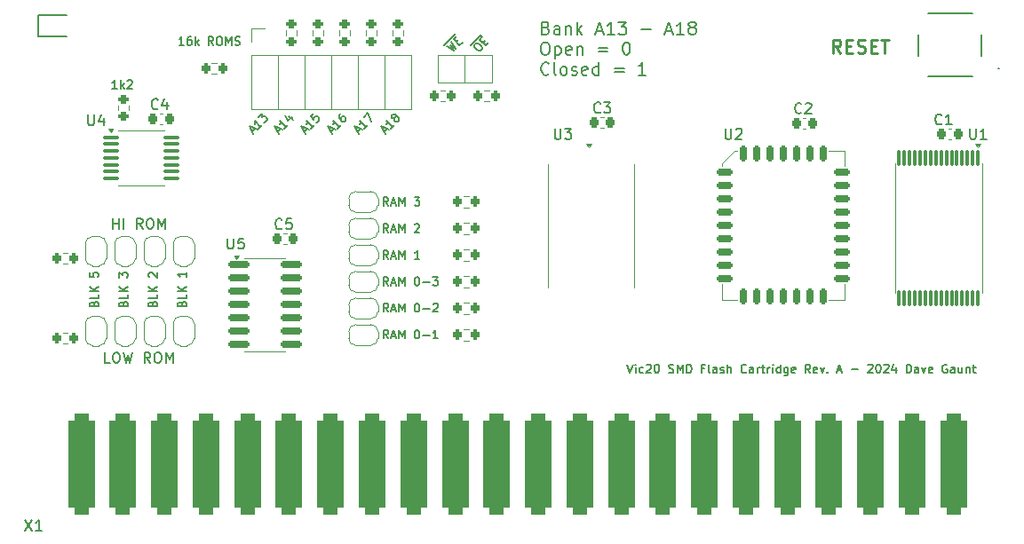
<source format=gto>
G04 #@! TF.GenerationSoftware,KiCad,Pcbnew,8.0.5*
G04 #@! TF.CreationDate,2024-11-25T10:28:40+11:00*
G04 #@! TF.ProjectId,Vic20_FlashCart,56696332-305f-4466-9c61-736843617274,rev?*
G04 #@! TF.SameCoordinates,Original*
G04 #@! TF.FileFunction,Legend,Top*
G04 #@! TF.FilePolarity,Positive*
%FSLAX46Y46*%
G04 Gerber Fmt 4.6, Leading zero omitted, Abs format (unit mm)*
G04 Created by KiCad (PCBNEW 8.0.5) date 2024-11-25 10:28:40*
%MOMM*%
%LPD*%
G01*
G04 APERTURE LIST*
G04 Aperture macros list*
%AMRoundRect*
0 Rectangle with rounded corners*
0 $1 Rounding radius*
0 $2 $3 $4 $5 $6 $7 $8 $9 X,Y pos of 4 corners*
0 Add a 4 corners polygon primitive as box body*
4,1,4,$2,$3,$4,$5,$6,$7,$8,$9,$2,$3,0*
0 Add four circle primitives for the rounded corners*
1,1,$1+$1,$2,$3*
1,1,$1+$1,$4,$5*
1,1,$1+$1,$6,$7*
1,1,$1+$1,$8,$9*
0 Add four rect primitives between the rounded corners*
20,1,$1+$1,$2,$3,$4,$5,0*
20,1,$1+$1,$4,$5,$6,$7,0*
20,1,$1+$1,$6,$7,$8,$9,0*
20,1,$1+$1,$8,$9,$2,$3,0*%
%AMFreePoly0*
4,1,19,0.500000,-0.750000,0.000000,-0.750000,0.000000,-0.744911,-0.071157,-0.744911,-0.207708,-0.704816,-0.327430,-0.627875,-0.420627,-0.520320,-0.479746,-0.390866,-0.500000,-0.250000,-0.500000,0.250000,-0.479746,0.390866,-0.420627,0.520320,-0.327430,0.627875,-0.207708,0.704816,-0.071157,0.744911,0.000000,0.744911,0.000000,0.750000,0.500000,0.750000,0.500000,-0.750000,0.500000,-0.750000,
$1*%
%AMFreePoly1*
4,1,19,0.000000,0.744911,0.071157,0.744911,0.207708,0.704816,0.327430,0.627875,0.420627,0.520320,0.479746,0.390866,0.500000,0.250000,0.500000,-0.250000,0.479746,-0.390866,0.420627,-0.520320,0.327430,-0.627875,0.207708,-0.704816,0.071157,-0.744911,0.000000,-0.744911,0.000000,-0.750000,-0.500000,-0.750000,-0.500000,0.750000,0.000000,0.750000,0.000000,0.744911,0.000000,0.744911,
$1*%
G04 Aperture macros list end*
%ADD10C,0.150000*%
%ADD11C,0.254000*%
%ADD12C,0.120000*%
%ADD13C,0.200000*%
%ADD14RoundRect,0.650000X-0.650000X-4.150000X0.650000X-4.150000X0.650000X4.150000X-0.650000X4.150000X0*%
%ADD15R,0.350000X1.870000*%
%ADD16R,1.700000X1.700000*%
%ADD17O,1.700000X1.700000*%
%ADD18FreePoly0,180.000000*%
%ADD19FreePoly1,180.000000*%
%ADD20FreePoly0,270.000000*%
%ADD21FreePoly1,270.000000*%
%ADD22RoundRect,0.200000X0.200000X0.275000X-0.200000X0.275000X-0.200000X-0.275000X0.200000X-0.275000X0*%
%ADD23RoundRect,0.225000X-0.225000X-0.250000X0.225000X-0.250000X0.225000X0.250000X-0.225000X0.250000X0*%
%ADD24RoundRect,0.150000X-0.825000X-0.150000X0.825000X-0.150000X0.825000X0.150000X-0.825000X0.150000X0*%
%ADD25RoundRect,0.225000X0.225000X0.250000X-0.225000X0.250000X-0.225000X-0.250000X0.225000X-0.250000X0*%
%ADD26RoundRect,0.150000X-0.150000X-0.587500X0.150000X-0.587500X0.150000X0.587500X-0.150000X0.587500X0*%
%ADD27RoundRect,0.150000X-0.587500X-0.150000X0.587500X-0.150000X0.587500X0.150000X-0.587500X0.150000X0*%
%ADD28RoundRect,0.200000X0.275000X-0.200000X0.275000X0.200000X-0.275000X0.200000X-0.275000X-0.200000X0*%
%ADD29R,1.500000X1.500000*%
%ADD30C,1.500000*%
%ADD31RoundRect,0.200000X-0.200000X-0.275000X0.200000X-0.275000X0.200000X0.275000X-0.200000X0.275000X0*%
%ADD32R,0.950000X1.400000*%
%ADD33RoundRect,0.075000X-0.075000X0.712500X-0.075000X-0.712500X0.075000X-0.712500X0.075000X0.712500X0*%
%ADD34RoundRect,0.100000X-0.637500X-0.100000X0.637500X-0.100000X0.637500X0.100000X-0.637500X0.100000X0*%
G04 APERTURE END LIST*
D10*
X97237779Y-96567619D02*
X97237779Y-95567619D01*
X97237779Y-96043809D02*
X97809207Y-96043809D01*
X97809207Y-96567619D02*
X97809207Y-95567619D01*
X98285398Y-96567619D02*
X98285398Y-95567619D01*
X100094921Y-96567619D02*
X99761588Y-96091428D01*
X99523493Y-96567619D02*
X99523493Y-95567619D01*
X99523493Y-95567619D02*
X99904445Y-95567619D01*
X99904445Y-95567619D02*
X99999683Y-95615238D01*
X99999683Y-95615238D02*
X100047302Y-95662857D01*
X100047302Y-95662857D02*
X100094921Y-95758095D01*
X100094921Y-95758095D02*
X100094921Y-95900952D01*
X100094921Y-95900952D02*
X100047302Y-95996190D01*
X100047302Y-95996190D02*
X99999683Y-96043809D01*
X99999683Y-96043809D02*
X99904445Y-96091428D01*
X99904445Y-96091428D02*
X99523493Y-96091428D01*
X100713969Y-95567619D02*
X100904445Y-95567619D01*
X100904445Y-95567619D02*
X100999683Y-95615238D01*
X100999683Y-95615238D02*
X101094921Y-95710476D01*
X101094921Y-95710476D02*
X101142540Y-95900952D01*
X101142540Y-95900952D02*
X101142540Y-96234285D01*
X101142540Y-96234285D02*
X101094921Y-96424761D01*
X101094921Y-96424761D02*
X100999683Y-96520000D01*
X100999683Y-96520000D02*
X100904445Y-96567619D01*
X100904445Y-96567619D02*
X100713969Y-96567619D01*
X100713969Y-96567619D02*
X100618731Y-96520000D01*
X100618731Y-96520000D02*
X100523493Y-96424761D01*
X100523493Y-96424761D02*
X100475874Y-96234285D01*
X100475874Y-96234285D02*
X100475874Y-95900952D01*
X100475874Y-95900952D02*
X100523493Y-95710476D01*
X100523493Y-95710476D02*
X100618731Y-95615238D01*
X100618731Y-95615238D02*
X100713969Y-95567619D01*
X101571112Y-96567619D02*
X101571112Y-95567619D01*
X101571112Y-95567619D02*
X101904445Y-96281904D01*
X101904445Y-96281904D02*
X102237778Y-95567619D01*
X102237778Y-95567619D02*
X102237778Y-96567619D01*
X138553998Y-77394905D02*
X138725426Y-77452048D01*
X138725426Y-77452048D02*
X138782569Y-77509191D01*
X138782569Y-77509191D02*
X138839712Y-77623476D01*
X138839712Y-77623476D02*
X138839712Y-77794905D01*
X138839712Y-77794905D02*
X138782569Y-77909191D01*
X138782569Y-77909191D02*
X138725426Y-77966334D01*
X138725426Y-77966334D02*
X138611141Y-78023476D01*
X138611141Y-78023476D02*
X138153998Y-78023476D01*
X138153998Y-78023476D02*
X138153998Y-76823476D01*
X138153998Y-76823476D02*
X138553998Y-76823476D01*
X138553998Y-76823476D02*
X138668284Y-76880619D01*
X138668284Y-76880619D02*
X138725426Y-76937762D01*
X138725426Y-76937762D02*
X138782569Y-77052048D01*
X138782569Y-77052048D02*
X138782569Y-77166334D01*
X138782569Y-77166334D02*
X138725426Y-77280619D01*
X138725426Y-77280619D02*
X138668284Y-77337762D01*
X138668284Y-77337762D02*
X138553998Y-77394905D01*
X138553998Y-77394905D02*
X138153998Y-77394905D01*
X139868284Y-78023476D02*
X139868284Y-77394905D01*
X139868284Y-77394905D02*
X139811141Y-77280619D01*
X139811141Y-77280619D02*
X139696855Y-77223476D01*
X139696855Y-77223476D02*
X139468284Y-77223476D01*
X139468284Y-77223476D02*
X139353998Y-77280619D01*
X139868284Y-77966334D02*
X139753998Y-78023476D01*
X139753998Y-78023476D02*
X139468284Y-78023476D01*
X139468284Y-78023476D02*
X139353998Y-77966334D01*
X139353998Y-77966334D02*
X139296855Y-77852048D01*
X139296855Y-77852048D02*
X139296855Y-77737762D01*
X139296855Y-77737762D02*
X139353998Y-77623476D01*
X139353998Y-77623476D02*
X139468284Y-77566334D01*
X139468284Y-77566334D02*
X139753998Y-77566334D01*
X139753998Y-77566334D02*
X139868284Y-77509191D01*
X140439712Y-77223476D02*
X140439712Y-78023476D01*
X140439712Y-77337762D02*
X140496855Y-77280619D01*
X140496855Y-77280619D02*
X140611140Y-77223476D01*
X140611140Y-77223476D02*
X140782569Y-77223476D01*
X140782569Y-77223476D02*
X140896855Y-77280619D01*
X140896855Y-77280619D02*
X140953998Y-77394905D01*
X140953998Y-77394905D02*
X140953998Y-78023476D01*
X141525426Y-78023476D02*
X141525426Y-76823476D01*
X141639712Y-77566334D02*
X141982569Y-78023476D01*
X141982569Y-77223476D02*
X141525426Y-77680619D01*
X143353998Y-77680619D02*
X143925427Y-77680619D01*
X143239712Y-78023476D02*
X143639712Y-76823476D01*
X143639712Y-76823476D02*
X144039712Y-78023476D01*
X145068283Y-78023476D02*
X144382569Y-78023476D01*
X144725426Y-78023476D02*
X144725426Y-76823476D01*
X144725426Y-76823476D02*
X144611140Y-76994905D01*
X144611140Y-76994905D02*
X144496855Y-77109191D01*
X144496855Y-77109191D02*
X144382569Y-77166334D01*
X145468283Y-76823476D02*
X146211140Y-76823476D01*
X146211140Y-76823476D02*
X145811140Y-77280619D01*
X145811140Y-77280619D02*
X145982569Y-77280619D01*
X145982569Y-77280619D02*
X146096855Y-77337762D01*
X146096855Y-77337762D02*
X146153997Y-77394905D01*
X146153997Y-77394905D02*
X146211140Y-77509191D01*
X146211140Y-77509191D02*
X146211140Y-77794905D01*
X146211140Y-77794905D02*
X146153997Y-77909191D01*
X146153997Y-77909191D02*
X146096855Y-77966334D01*
X146096855Y-77966334D02*
X145982569Y-78023476D01*
X145982569Y-78023476D02*
X145639712Y-78023476D01*
X145639712Y-78023476D02*
X145525426Y-77966334D01*
X145525426Y-77966334D02*
X145468283Y-77909191D01*
X147639712Y-77566334D02*
X148553998Y-77566334D01*
X149982569Y-77680619D02*
X150553998Y-77680619D01*
X149868283Y-78023476D02*
X150268283Y-76823476D01*
X150268283Y-76823476D02*
X150668283Y-78023476D01*
X151696854Y-78023476D02*
X151011140Y-78023476D01*
X151353997Y-78023476D02*
X151353997Y-76823476D01*
X151353997Y-76823476D02*
X151239711Y-76994905D01*
X151239711Y-76994905D02*
X151125426Y-77109191D01*
X151125426Y-77109191D02*
X151011140Y-77166334D01*
X152382568Y-77337762D02*
X152268283Y-77280619D01*
X152268283Y-77280619D02*
X152211140Y-77223476D01*
X152211140Y-77223476D02*
X152153997Y-77109191D01*
X152153997Y-77109191D02*
X152153997Y-77052048D01*
X152153997Y-77052048D02*
X152211140Y-76937762D01*
X152211140Y-76937762D02*
X152268283Y-76880619D01*
X152268283Y-76880619D02*
X152382568Y-76823476D01*
X152382568Y-76823476D02*
X152611140Y-76823476D01*
X152611140Y-76823476D02*
X152725426Y-76880619D01*
X152725426Y-76880619D02*
X152782568Y-76937762D01*
X152782568Y-76937762D02*
X152839711Y-77052048D01*
X152839711Y-77052048D02*
X152839711Y-77109191D01*
X152839711Y-77109191D02*
X152782568Y-77223476D01*
X152782568Y-77223476D02*
X152725426Y-77280619D01*
X152725426Y-77280619D02*
X152611140Y-77337762D01*
X152611140Y-77337762D02*
X152382568Y-77337762D01*
X152382568Y-77337762D02*
X152268283Y-77394905D01*
X152268283Y-77394905D02*
X152211140Y-77452048D01*
X152211140Y-77452048D02*
X152153997Y-77566334D01*
X152153997Y-77566334D02*
X152153997Y-77794905D01*
X152153997Y-77794905D02*
X152211140Y-77909191D01*
X152211140Y-77909191D02*
X152268283Y-77966334D01*
X152268283Y-77966334D02*
X152382568Y-78023476D01*
X152382568Y-78023476D02*
X152611140Y-78023476D01*
X152611140Y-78023476D02*
X152725426Y-77966334D01*
X152725426Y-77966334D02*
X152782568Y-77909191D01*
X152782568Y-77909191D02*
X152839711Y-77794905D01*
X152839711Y-77794905D02*
X152839711Y-77566334D01*
X152839711Y-77566334D02*
X152782568Y-77452048D01*
X152782568Y-77452048D02*
X152725426Y-77394905D01*
X152725426Y-77394905D02*
X152611140Y-77337762D01*
X138382569Y-78755409D02*
X138611141Y-78755409D01*
X138611141Y-78755409D02*
X138725426Y-78812552D01*
X138725426Y-78812552D02*
X138839712Y-78926838D01*
X138839712Y-78926838D02*
X138896855Y-79155409D01*
X138896855Y-79155409D02*
X138896855Y-79555409D01*
X138896855Y-79555409D02*
X138839712Y-79783981D01*
X138839712Y-79783981D02*
X138725426Y-79898267D01*
X138725426Y-79898267D02*
X138611141Y-79955409D01*
X138611141Y-79955409D02*
X138382569Y-79955409D01*
X138382569Y-79955409D02*
X138268284Y-79898267D01*
X138268284Y-79898267D02*
X138153998Y-79783981D01*
X138153998Y-79783981D02*
X138096855Y-79555409D01*
X138096855Y-79555409D02*
X138096855Y-79155409D01*
X138096855Y-79155409D02*
X138153998Y-78926838D01*
X138153998Y-78926838D02*
X138268284Y-78812552D01*
X138268284Y-78812552D02*
X138382569Y-78755409D01*
X139411141Y-79155409D02*
X139411141Y-80355409D01*
X139411141Y-79212552D02*
X139525427Y-79155409D01*
X139525427Y-79155409D02*
X139753998Y-79155409D01*
X139753998Y-79155409D02*
X139868284Y-79212552D01*
X139868284Y-79212552D02*
X139925427Y-79269695D01*
X139925427Y-79269695D02*
X139982569Y-79383981D01*
X139982569Y-79383981D02*
X139982569Y-79726838D01*
X139982569Y-79726838D02*
X139925427Y-79841124D01*
X139925427Y-79841124D02*
X139868284Y-79898267D01*
X139868284Y-79898267D02*
X139753998Y-79955409D01*
X139753998Y-79955409D02*
X139525427Y-79955409D01*
X139525427Y-79955409D02*
X139411141Y-79898267D01*
X140953998Y-79898267D02*
X140839712Y-79955409D01*
X140839712Y-79955409D02*
X140611141Y-79955409D01*
X140611141Y-79955409D02*
X140496855Y-79898267D01*
X140496855Y-79898267D02*
X140439712Y-79783981D01*
X140439712Y-79783981D02*
X140439712Y-79326838D01*
X140439712Y-79326838D02*
X140496855Y-79212552D01*
X140496855Y-79212552D02*
X140611141Y-79155409D01*
X140611141Y-79155409D02*
X140839712Y-79155409D01*
X140839712Y-79155409D02*
X140953998Y-79212552D01*
X140953998Y-79212552D02*
X141011141Y-79326838D01*
X141011141Y-79326838D02*
X141011141Y-79441124D01*
X141011141Y-79441124D02*
X140439712Y-79555409D01*
X141525426Y-79155409D02*
X141525426Y-79955409D01*
X141525426Y-79269695D02*
X141582569Y-79212552D01*
X141582569Y-79212552D02*
X141696854Y-79155409D01*
X141696854Y-79155409D02*
X141868283Y-79155409D01*
X141868283Y-79155409D02*
X141982569Y-79212552D01*
X141982569Y-79212552D02*
X142039712Y-79326838D01*
X142039712Y-79326838D02*
X142039712Y-79955409D01*
X143525426Y-79326838D02*
X144439712Y-79326838D01*
X144439712Y-79669695D02*
X143525426Y-79669695D01*
X146153997Y-78755409D02*
X146268283Y-78755409D01*
X146268283Y-78755409D02*
X146382569Y-78812552D01*
X146382569Y-78812552D02*
X146439712Y-78869695D01*
X146439712Y-78869695D02*
X146496854Y-78983981D01*
X146496854Y-78983981D02*
X146553997Y-79212552D01*
X146553997Y-79212552D02*
X146553997Y-79498267D01*
X146553997Y-79498267D02*
X146496854Y-79726838D01*
X146496854Y-79726838D02*
X146439712Y-79841124D01*
X146439712Y-79841124D02*
X146382569Y-79898267D01*
X146382569Y-79898267D02*
X146268283Y-79955409D01*
X146268283Y-79955409D02*
X146153997Y-79955409D01*
X146153997Y-79955409D02*
X146039712Y-79898267D01*
X146039712Y-79898267D02*
X145982569Y-79841124D01*
X145982569Y-79841124D02*
X145925426Y-79726838D01*
X145925426Y-79726838D02*
X145868283Y-79498267D01*
X145868283Y-79498267D02*
X145868283Y-79212552D01*
X145868283Y-79212552D02*
X145925426Y-78983981D01*
X145925426Y-78983981D02*
X145982569Y-78869695D01*
X145982569Y-78869695D02*
X146039712Y-78812552D01*
X146039712Y-78812552D02*
X146153997Y-78755409D01*
X138839712Y-81773057D02*
X138782569Y-81830200D01*
X138782569Y-81830200D02*
X138611141Y-81887342D01*
X138611141Y-81887342D02*
X138496855Y-81887342D01*
X138496855Y-81887342D02*
X138325426Y-81830200D01*
X138325426Y-81830200D02*
X138211141Y-81715914D01*
X138211141Y-81715914D02*
X138153998Y-81601628D01*
X138153998Y-81601628D02*
X138096855Y-81373057D01*
X138096855Y-81373057D02*
X138096855Y-81201628D01*
X138096855Y-81201628D02*
X138153998Y-80973057D01*
X138153998Y-80973057D02*
X138211141Y-80858771D01*
X138211141Y-80858771D02*
X138325426Y-80744485D01*
X138325426Y-80744485D02*
X138496855Y-80687342D01*
X138496855Y-80687342D02*
X138611141Y-80687342D01*
X138611141Y-80687342D02*
X138782569Y-80744485D01*
X138782569Y-80744485D02*
X138839712Y-80801628D01*
X139525426Y-81887342D02*
X139411141Y-81830200D01*
X139411141Y-81830200D02*
X139353998Y-81715914D01*
X139353998Y-81715914D02*
X139353998Y-80687342D01*
X140153997Y-81887342D02*
X140039712Y-81830200D01*
X140039712Y-81830200D02*
X139982569Y-81773057D01*
X139982569Y-81773057D02*
X139925426Y-81658771D01*
X139925426Y-81658771D02*
X139925426Y-81315914D01*
X139925426Y-81315914D02*
X139982569Y-81201628D01*
X139982569Y-81201628D02*
X140039712Y-81144485D01*
X140039712Y-81144485D02*
X140153997Y-81087342D01*
X140153997Y-81087342D02*
X140325426Y-81087342D01*
X140325426Y-81087342D02*
X140439712Y-81144485D01*
X140439712Y-81144485D02*
X140496855Y-81201628D01*
X140496855Y-81201628D02*
X140553997Y-81315914D01*
X140553997Y-81315914D02*
X140553997Y-81658771D01*
X140553997Y-81658771D02*
X140496855Y-81773057D01*
X140496855Y-81773057D02*
X140439712Y-81830200D01*
X140439712Y-81830200D02*
X140325426Y-81887342D01*
X140325426Y-81887342D02*
X140153997Y-81887342D01*
X141011140Y-81830200D02*
X141125426Y-81887342D01*
X141125426Y-81887342D02*
X141353997Y-81887342D01*
X141353997Y-81887342D02*
X141468283Y-81830200D01*
X141468283Y-81830200D02*
X141525426Y-81715914D01*
X141525426Y-81715914D02*
X141525426Y-81658771D01*
X141525426Y-81658771D02*
X141468283Y-81544485D01*
X141468283Y-81544485D02*
X141353997Y-81487342D01*
X141353997Y-81487342D02*
X141182569Y-81487342D01*
X141182569Y-81487342D02*
X141068283Y-81430200D01*
X141068283Y-81430200D02*
X141011140Y-81315914D01*
X141011140Y-81315914D02*
X141011140Y-81258771D01*
X141011140Y-81258771D02*
X141068283Y-81144485D01*
X141068283Y-81144485D02*
X141182569Y-81087342D01*
X141182569Y-81087342D02*
X141353997Y-81087342D01*
X141353997Y-81087342D02*
X141468283Y-81144485D01*
X142496855Y-81830200D02*
X142382569Y-81887342D01*
X142382569Y-81887342D02*
X142153998Y-81887342D01*
X142153998Y-81887342D02*
X142039712Y-81830200D01*
X142039712Y-81830200D02*
X141982569Y-81715914D01*
X141982569Y-81715914D02*
X141982569Y-81258771D01*
X141982569Y-81258771D02*
X142039712Y-81144485D01*
X142039712Y-81144485D02*
X142153998Y-81087342D01*
X142153998Y-81087342D02*
X142382569Y-81087342D01*
X142382569Y-81087342D02*
X142496855Y-81144485D01*
X142496855Y-81144485D02*
X142553998Y-81258771D01*
X142553998Y-81258771D02*
X142553998Y-81373057D01*
X142553998Y-81373057D02*
X141982569Y-81487342D01*
X143582569Y-81887342D02*
X143582569Y-80687342D01*
X143582569Y-81830200D02*
X143468283Y-81887342D01*
X143468283Y-81887342D02*
X143239711Y-81887342D01*
X143239711Y-81887342D02*
X143125426Y-81830200D01*
X143125426Y-81830200D02*
X143068283Y-81773057D01*
X143068283Y-81773057D02*
X143011140Y-81658771D01*
X143011140Y-81658771D02*
X143011140Y-81315914D01*
X143011140Y-81315914D02*
X143068283Y-81201628D01*
X143068283Y-81201628D02*
X143125426Y-81144485D01*
X143125426Y-81144485D02*
X143239711Y-81087342D01*
X143239711Y-81087342D02*
X143468283Y-81087342D01*
X143468283Y-81087342D02*
X143582569Y-81144485D01*
X145068283Y-81258771D02*
X145982569Y-81258771D01*
X145982569Y-81601628D02*
X145068283Y-81601628D01*
X148096854Y-81887342D02*
X147411140Y-81887342D01*
X147753997Y-81887342D02*
X147753997Y-80687342D01*
X147753997Y-80687342D02*
X147639711Y-80858771D01*
X147639711Y-80858771D02*
X147525426Y-80973057D01*
X147525426Y-80973057D02*
X147411140Y-81030200D01*
X96975874Y-109343819D02*
X96499684Y-109343819D01*
X96499684Y-109343819D02*
X96499684Y-108343819D01*
X97499684Y-108343819D02*
X97690160Y-108343819D01*
X97690160Y-108343819D02*
X97785398Y-108391438D01*
X97785398Y-108391438D02*
X97880636Y-108486676D01*
X97880636Y-108486676D02*
X97928255Y-108677152D01*
X97928255Y-108677152D02*
X97928255Y-109010485D01*
X97928255Y-109010485D02*
X97880636Y-109200961D01*
X97880636Y-109200961D02*
X97785398Y-109296200D01*
X97785398Y-109296200D02*
X97690160Y-109343819D01*
X97690160Y-109343819D02*
X97499684Y-109343819D01*
X97499684Y-109343819D02*
X97404446Y-109296200D01*
X97404446Y-109296200D02*
X97309208Y-109200961D01*
X97309208Y-109200961D02*
X97261589Y-109010485D01*
X97261589Y-109010485D02*
X97261589Y-108677152D01*
X97261589Y-108677152D02*
X97309208Y-108486676D01*
X97309208Y-108486676D02*
X97404446Y-108391438D01*
X97404446Y-108391438D02*
X97499684Y-108343819D01*
X98261589Y-108343819D02*
X98499684Y-109343819D01*
X98499684Y-109343819D02*
X98690160Y-108629533D01*
X98690160Y-108629533D02*
X98880636Y-109343819D01*
X98880636Y-109343819D02*
X99118732Y-108343819D01*
X100833017Y-109343819D02*
X100499684Y-108867628D01*
X100261589Y-109343819D02*
X100261589Y-108343819D01*
X100261589Y-108343819D02*
X100642541Y-108343819D01*
X100642541Y-108343819D02*
X100737779Y-108391438D01*
X100737779Y-108391438D02*
X100785398Y-108439057D01*
X100785398Y-108439057D02*
X100833017Y-108534295D01*
X100833017Y-108534295D02*
X100833017Y-108677152D01*
X100833017Y-108677152D02*
X100785398Y-108772390D01*
X100785398Y-108772390D02*
X100737779Y-108820009D01*
X100737779Y-108820009D02*
X100642541Y-108867628D01*
X100642541Y-108867628D02*
X100261589Y-108867628D01*
X101452065Y-108343819D02*
X101642541Y-108343819D01*
X101642541Y-108343819D02*
X101737779Y-108391438D01*
X101737779Y-108391438D02*
X101833017Y-108486676D01*
X101833017Y-108486676D02*
X101880636Y-108677152D01*
X101880636Y-108677152D02*
X101880636Y-109010485D01*
X101880636Y-109010485D02*
X101833017Y-109200961D01*
X101833017Y-109200961D02*
X101737779Y-109296200D01*
X101737779Y-109296200D02*
X101642541Y-109343819D01*
X101642541Y-109343819D02*
X101452065Y-109343819D01*
X101452065Y-109343819D02*
X101356827Y-109296200D01*
X101356827Y-109296200D02*
X101261589Y-109200961D01*
X101261589Y-109200961D02*
X101213970Y-109010485D01*
X101213970Y-109010485D02*
X101213970Y-108677152D01*
X101213970Y-108677152D02*
X101261589Y-108486676D01*
X101261589Y-108486676D02*
X101356827Y-108391438D01*
X101356827Y-108391438D02*
X101452065Y-108343819D01*
X102309208Y-109343819D02*
X102309208Y-108343819D01*
X102309208Y-108343819D02*
X102642541Y-109058104D01*
X102642541Y-109058104D02*
X102975874Y-108343819D01*
X102975874Y-108343819D02*
X102975874Y-109343819D01*
X104035407Y-79040695D02*
X103578264Y-79040695D01*
X103806836Y-79040695D02*
X103806836Y-78240695D01*
X103806836Y-78240695D02*
X103730645Y-78354980D01*
X103730645Y-78354980D02*
X103654455Y-78431171D01*
X103654455Y-78431171D02*
X103578264Y-78469266D01*
X104721122Y-78240695D02*
X104568741Y-78240695D01*
X104568741Y-78240695D02*
X104492550Y-78278790D01*
X104492550Y-78278790D02*
X104454455Y-78316885D01*
X104454455Y-78316885D02*
X104378265Y-78431171D01*
X104378265Y-78431171D02*
X104340169Y-78583552D01*
X104340169Y-78583552D02*
X104340169Y-78888314D01*
X104340169Y-78888314D02*
X104378265Y-78964504D01*
X104378265Y-78964504D02*
X104416360Y-79002600D01*
X104416360Y-79002600D02*
X104492550Y-79040695D01*
X104492550Y-79040695D02*
X104644931Y-79040695D01*
X104644931Y-79040695D02*
X104721122Y-79002600D01*
X104721122Y-79002600D02*
X104759217Y-78964504D01*
X104759217Y-78964504D02*
X104797312Y-78888314D01*
X104797312Y-78888314D02*
X104797312Y-78697838D01*
X104797312Y-78697838D02*
X104759217Y-78621647D01*
X104759217Y-78621647D02*
X104721122Y-78583552D01*
X104721122Y-78583552D02*
X104644931Y-78545457D01*
X104644931Y-78545457D02*
X104492550Y-78545457D01*
X104492550Y-78545457D02*
X104416360Y-78583552D01*
X104416360Y-78583552D02*
X104378265Y-78621647D01*
X104378265Y-78621647D02*
X104340169Y-78697838D01*
X105140170Y-79040695D02*
X105140170Y-78240695D01*
X105216360Y-78735933D02*
X105444932Y-79040695D01*
X105444932Y-78507361D02*
X105140170Y-78812123D01*
X106854456Y-79040695D02*
X106587789Y-78659742D01*
X106397313Y-79040695D02*
X106397313Y-78240695D01*
X106397313Y-78240695D02*
X106702075Y-78240695D01*
X106702075Y-78240695D02*
X106778265Y-78278790D01*
X106778265Y-78278790D02*
X106816360Y-78316885D01*
X106816360Y-78316885D02*
X106854456Y-78393076D01*
X106854456Y-78393076D02*
X106854456Y-78507361D01*
X106854456Y-78507361D02*
X106816360Y-78583552D01*
X106816360Y-78583552D02*
X106778265Y-78621647D01*
X106778265Y-78621647D02*
X106702075Y-78659742D01*
X106702075Y-78659742D02*
X106397313Y-78659742D01*
X107349694Y-78240695D02*
X107502075Y-78240695D01*
X107502075Y-78240695D02*
X107578265Y-78278790D01*
X107578265Y-78278790D02*
X107654456Y-78354980D01*
X107654456Y-78354980D02*
X107692551Y-78507361D01*
X107692551Y-78507361D02*
X107692551Y-78774028D01*
X107692551Y-78774028D02*
X107654456Y-78926409D01*
X107654456Y-78926409D02*
X107578265Y-79002600D01*
X107578265Y-79002600D02*
X107502075Y-79040695D01*
X107502075Y-79040695D02*
X107349694Y-79040695D01*
X107349694Y-79040695D02*
X107273503Y-79002600D01*
X107273503Y-79002600D02*
X107197313Y-78926409D01*
X107197313Y-78926409D02*
X107159217Y-78774028D01*
X107159217Y-78774028D02*
X107159217Y-78507361D01*
X107159217Y-78507361D02*
X107197313Y-78354980D01*
X107197313Y-78354980D02*
X107273503Y-78278790D01*
X107273503Y-78278790D02*
X107349694Y-78240695D01*
X108035408Y-79040695D02*
X108035408Y-78240695D01*
X108035408Y-78240695D02*
X108302074Y-78812123D01*
X108302074Y-78812123D02*
X108568741Y-78240695D01*
X108568741Y-78240695D02*
X108568741Y-79040695D01*
X108911598Y-79002600D02*
X109025884Y-79040695D01*
X109025884Y-79040695D02*
X109216360Y-79040695D01*
X109216360Y-79040695D02*
X109292551Y-79002600D01*
X109292551Y-79002600D02*
X109330646Y-78964504D01*
X109330646Y-78964504D02*
X109368741Y-78888314D01*
X109368741Y-78888314D02*
X109368741Y-78812123D01*
X109368741Y-78812123D02*
X109330646Y-78735933D01*
X109330646Y-78735933D02*
X109292551Y-78697838D01*
X109292551Y-78697838D02*
X109216360Y-78659742D01*
X109216360Y-78659742D02*
X109063979Y-78621647D01*
X109063979Y-78621647D02*
X108987789Y-78583552D01*
X108987789Y-78583552D02*
X108949694Y-78545457D01*
X108949694Y-78545457D02*
X108911598Y-78469266D01*
X108911598Y-78469266D02*
X108911598Y-78393076D01*
X108911598Y-78393076D02*
X108949694Y-78316885D01*
X108949694Y-78316885D02*
X108987789Y-78278790D01*
X108987789Y-78278790D02*
X109063979Y-78240695D01*
X109063979Y-78240695D02*
X109254456Y-78240695D01*
X109254456Y-78240695D02*
X109368741Y-78278790D01*
X146301260Y-109494333D02*
X146567927Y-110294333D01*
X146567927Y-110294333D02*
X146834593Y-109494333D01*
X147101260Y-110294333D02*
X147101260Y-109760999D01*
X147101260Y-109494333D02*
X147063164Y-109532428D01*
X147063164Y-109532428D02*
X147101260Y-109570523D01*
X147101260Y-109570523D02*
X147139355Y-109532428D01*
X147139355Y-109532428D02*
X147101260Y-109494333D01*
X147101260Y-109494333D02*
X147101260Y-109570523D01*
X147825069Y-110256238D02*
X147748878Y-110294333D01*
X147748878Y-110294333D02*
X147596497Y-110294333D01*
X147596497Y-110294333D02*
X147520307Y-110256238D01*
X147520307Y-110256238D02*
X147482212Y-110218142D01*
X147482212Y-110218142D02*
X147444116Y-110141952D01*
X147444116Y-110141952D02*
X147444116Y-109913380D01*
X147444116Y-109913380D02*
X147482212Y-109837190D01*
X147482212Y-109837190D02*
X147520307Y-109799095D01*
X147520307Y-109799095D02*
X147596497Y-109760999D01*
X147596497Y-109760999D02*
X147748878Y-109760999D01*
X147748878Y-109760999D02*
X147825069Y-109799095D01*
X148129830Y-109570523D02*
X148167926Y-109532428D01*
X148167926Y-109532428D02*
X148244116Y-109494333D01*
X148244116Y-109494333D02*
X148434592Y-109494333D01*
X148434592Y-109494333D02*
X148510783Y-109532428D01*
X148510783Y-109532428D02*
X148548878Y-109570523D01*
X148548878Y-109570523D02*
X148586973Y-109646714D01*
X148586973Y-109646714D02*
X148586973Y-109722904D01*
X148586973Y-109722904D02*
X148548878Y-109837190D01*
X148548878Y-109837190D02*
X148091735Y-110294333D01*
X148091735Y-110294333D02*
X148586973Y-110294333D01*
X149082212Y-109494333D02*
X149158402Y-109494333D01*
X149158402Y-109494333D02*
X149234593Y-109532428D01*
X149234593Y-109532428D02*
X149272688Y-109570523D01*
X149272688Y-109570523D02*
X149310783Y-109646714D01*
X149310783Y-109646714D02*
X149348878Y-109799095D01*
X149348878Y-109799095D02*
X149348878Y-109989571D01*
X149348878Y-109989571D02*
X149310783Y-110141952D01*
X149310783Y-110141952D02*
X149272688Y-110218142D01*
X149272688Y-110218142D02*
X149234593Y-110256238D01*
X149234593Y-110256238D02*
X149158402Y-110294333D01*
X149158402Y-110294333D02*
X149082212Y-110294333D01*
X149082212Y-110294333D02*
X149006021Y-110256238D01*
X149006021Y-110256238D02*
X148967926Y-110218142D01*
X148967926Y-110218142D02*
X148929831Y-110141952D01*
X148929831Y-110141952D02*
X148891735Y-109989571D01*
X148891735Y-109989571D02*
X148891735Y-109799095D01*
X148891735Y-109799095D02*
X148929831Y-109646714D01*
X148929831Y-109646714D02*
X148967926Y-109570523D01*
X148967926Y-109570523D02*
X149006021Y-109532428D01*
X149006021Y-109532428D02*
X149082212Y-109494333D01*
X150263164Y-110256238D02*
X150377450Y-110294333D01*
X150377450Y-110294333D02*
X150567926Y-110294333D01*
X150567926Y-110294333D02*
X150644117Y-110256238D01*
X150644117Y-110256238D02*
X150682212Y-110218142D01*
X150682212Y-110218142D02*
X150720307Y-110141952D01*
X150720307Y-110141952D02*
X150720307Y-110065761D01*
X150720307Y-110065761D02*
X150682212Y-109989571D01*
X150682212Y-109989571D02*
X150644117Y-109951476D01*
X150644117Y-109951476D02*
X150567926Y-109913380D01*
X150567926Y-109913380D02*
X150415545Y-109875285D01*
X150415545Y-109875285D02*
X150339355Y-109837190D01*
X150339355Y-109837190D02*
X150301260Y-109799095D01*
X150301260Y-109799095D02*
X150263164Y-109722904D01*
X150263164Y-109722904D02*
X150263164Y-109646714D01*
X150263164Y-109646714D02*
X150301260Y-109570523D01*
X150301260Y-109570523D02*
X150339355Y-109532428D01*
X150339355Y-109532428D02*
X150415545Y-109494333D01*
X150415545Y-109494333D02*
X150606022Y-109494333D01*
X150606022Y-109494333D02*
X150720307Y-109532428D01*
X151063165Y-110294333D02*
X151063165Y-109494333D01*
X151063165Y-109494333D02*
X151329831Y-110065761D01*
X151329831Y-110065761D02*
X151596498Y-109494333D01*
X151596498Y-109494333D02*
X151596498Y-110294333D01*
X151977451Y-110294333D02*
X151977451Y-109494333D01*
X151977451Y-109494333D02*
X152167927Y-109494333D01*
X152167927Y-109494333D02*
X152282213Y-109532428D01*
X152282213Y-109532428D02*
X152358403Y-109608618D01*
X152358403Y-109608618D02*
X152396498Y-109684809D01*
X152396498Y-109684809D02*
X152434594Y-109837190D01*
X152434594Y-109837190D02*
X152434594Y-109951476D01*
X152434594Y-109951476D02*
X152396498Y-110103857D01*
X152396498Y-110103857D02*
X152358403Y-110180047D01*
X152358403Y-110180047D02*
X152282213Y-110256238D01*
X152282213Y-110256238D02*
X152167927Y-110294333D01*
X152167927Y-110294333D02*
X151977451Y-110294333D01*
X153653641Y-109875285D02*
X153386975Y-109875285D01*
X153386975Y-110294333D02*
X153386975Y-109494333D01*
X153386975Y-109494333D02*
X153767927Y-109494333D01*
X154186974Y-110294333D02*
X154110784Y-110256238D01*
X154110784Y-110256238D02*
X154072689Y-110180047D01*
X154072689Y-110180047D02*
X154072689Y-109494333D01*
X154834594Y-110294333D02*
X154834594Y-109875285D01*
X154834594Y-109875285D02*
X154796499Y-109799095D01*
X154796499Y-109799095D02*
X154720308Y-109760999D01*
X154720308Y-109760999D02*
X154567927Y-109760999D01*
X154567927Y-109760999D02*
X154491737Y-109799095D01*
X154834594Y-110256238D02*
X154758403Y-110294333D01*
X154758403Y-110294333D02*
X154567927Y-110294333D01*
X154567927Y-110294333D02*
X154491737Y-110256238D01*
X154491737Y-110256238D02*
X154453641Y-110180047D01*
X154453641Y-110180047D02*
X154453641Y-110103857D01*
X154453641Y-110103857D02*
X154491737Y-110027666D01*
X154491737Y-110027666D02*
X154567927Y-109989571D01*
X154567927Y-109989571D02*
X154758403Y-109989571D01*
X154758403Y-109989571D02*
X154834594Y-109951476D01*
X155177451Y-110256238D02*
X155253642Y-110294333D01*
X155253642Y-110294333D02*
X155406023Y-110294333D01*
X155406023Y-110294333D02*
X155482213Y-110256238D01*
X155482213Y-110256238D02*
X155520309Y-110180047D01*
X155520309Y-110180047D02*
X155520309Y-110141952D01*
X155520309Y-110141952D02*
X155482213Y-110065761D01*
X155482213Y-110065761D02*
X155406023Y-110027666D01*
X155406023Y-110027666D02*
X155291737Y-110027666D01*
X155291737Y-110027666D02*
X155215547Y-109989571D01*
X155215547Y-109989571D02*
X155177451Y-109913380D01*
X155177451Y-109913380D02*
X155177451Y-109875285D01*
X155177451Y-109875285D02*
X155215547Y-109799095D01*
X155215547Y-109799095D02*
X155291737Y-109760999D01*
X155291737Y-109760999D02*
X155406023Y-109760999D01*
X155406023Y-109760999D02*
X155482213Y-109799095D01*
X155863166Y-110294333D02*
X155863166Y-109494333D01*
X156206023Y-110294333D02*
X156206023Y-109875285D01*
X156206023Y-109875285D02*
X156167928Y-109799095D01*
X156167928Y-109799095D02*
X156091737Y-109760999D01*
X156091737Y-109760999D02*
X155977451Y-109760999D01*
X155977451Y-109760999D02*
X155901261Y-109799095D01*
X155901261Y-109799095D02*
X155863166Y-109837190D01*
X157653643Y-110218142D02*
X157615547Y-110256238D01*
X157615547Y-110256238D02*
X157501262Y-110294333D01*
X157501262Y-110294333D02*
X157425071Y-110294333D01*
X157425071Y-110294333D02*
X157310785Y-110256238D01*
X157310785Y-110256238D02*
X157234595Y-110180047D01*
X157234595Y-110180047D02*
X157196500Y-110103857D01*
X157196500Y-110103857D02*
X157158404Y-109951476D01*
X157158404Y-109951476D02*
X157158404Y-109837190D01*
X157158404Y-109837190D02*
X157196500Y-109684809D01*
X157196500Y-109684809D02*
X157234595Y-109608618D01*
X157234595Y-109608618D02*
X157310785Y-109532428D01*
X157310785Y-109532428D02*
X157425071Y-109494333D01*
X157425071Y-109494333D02*
X157501262Y-109494333D01*
X157501262Y-109494333D02*
X157615547Y-109532428D01*
X157615547Y-109532428D02*
X157653643Y-109570523D01*
X158339357Y-110294333D02*
X158339357Y-109875285D01*
X158339357Y-109875285D02*
X158301262Y-109799095D01*
X158301262Y-109799095D02*
X158225071Y-109760999D01*
X158225071Y-109760999D02*
X158072690Y-109760999D01*
X158072690Y-109760999D02*
X157996500Y-109799095D01*
X158339357Y-110256238D02*
X158263166Y-110294333D01*
X158263166Y-110294333D02*
X158072690Y-110294333D01*
X158072690Y-110294333D02*
X157996500Y-110256238D01*
X157996500Y-110256238D02*
X157958404Y-110180047D01*
X157958404Y-110180047D02*
X157958404Y-110103857D01*
X157958404Y-110103857D02*
X157996500Y-110027666D01*
X157996500Y-110027666D02*
X158072690Y-109989571D01*
X158072690Y-109989571D02*
X158263166Y-109989571D01*
X158263166Y-109989571D02*
X158339357Y-109951476D01*
X158720310Y-110294333D02*
X158720310Y-109760999D01*
X158720310Y-109913380D02*
X158758405Y-109837190D01*
X158758405Y-109837190D02*
X158796500Y-109799095D01*
X158796500Y-109799095D02*
X158872691Y-109760999D01*
X158872691Y-109760999D02*
X158948881Y-109760999D01*
X159101262Y-109760999D02*
X159406024Y-109760999D01*
X159215548Y-109494333D02*
X159215548Y-110180047D01*
X159215548Y-110180047D02*
X159253643Y-110256238D01*
X159253643Y-110256238D02*
X159329833Y-110294333D01*
X159329833Y-110294333D02*
X159406024Y-110294333D01*
X159672691Y-110294333D02*
X159672691Y-109760999D01*
X159672691Y-109913380D02*
X159710786Y-109837190D01*
X159710786Y-109837190D02*
X159748881Y-109799095D01*
X159748881Y-109799095D02*
X159825072Y-109760999D01*
X159825072Y-109760999D02*
X159901262Y-109760999D01*
X160167929Y-110294333D02*
X160167929Y-109760999D01*
X160167929Y-109494333D02*
X160129833Y-109532428D01*
X160129833Y-109532428D02*
X160167929Y-109570523D01*
X160167929Y-109570523D02*
X160206024Y-109532428D01*
X160206024Y-109532428D02*
X160167929Y-109494333D01*
X160167929Y-109494333D02*
X160167929Y-109570523D01*
X160891738Y-110294333D02*
X160891738Y-109494333D01*
X160891738Y-110256238D02*
X160815547Y-110294333D01*
X160815547Y-110294333D02*
X160663166Y-110294333D01*
X160663166Y-110294333D02*
X160586976Y-110256238D01*
X160586976Y-110256238D02*
X160548881Y-110218142D01*
X160548881Y-110218142D02*
X160510785Y-110141952D01*
X160510785Y-110141952D02*
X160510785Y-109913380D01*
X160510785Y-109913380D02*
X160548881Y-109837190D01*
X160548881Y-109837190D02*
X160586976Y-109799095D01*
X160586976Y-109799095D02*
X160663166Y-109760999D01*
X160663166Y-109760999D02*
X160815547Y-109760999D01*
X160815547Y-109760999D02*
X160891738Y-109799095D01*
X161615548Y-109760999D02*
X161615548Y-110408618D01*
X161615548Y-110408618D02*
X161577453Y-110484809D01*
X161577453Y-110484809D02*
X161539357Y-110522904D01*
X161539357Y-110522904D02*
X161463167Y-110560999D01*
X161463167Y-110560999D02*
X161348881Y-110560999D01*
X161348881Y-110560999D02*
X161272691Y-110522904D01*
X161615548Y-110256238D02*
X161539357Y-110294333D01*
X161539357Y-110294333D02*
X161386976Y-110294333D01*
X161386976Y-110294333D02*
X161310786Y-110256238D01*
X161310786Y-110256238D02*
X161272691Y-110218142D01*
X161272691Y-110218142D02*
X161234595Y-110141952D01*
X161234595Y-110141952D02*
X161234595Y-109913380D01*
X161234595Y-109913380D02*
X161272691Y-109837190D01*
X161272691Y-109837190D02*
X161310786Y-109799095D01*
X161310786Y-109799095D02*
X161386976Y-109760999D01*
X161386976Y-109760999D02*
X161539357Y-109760999D01*
X161539357Y-109760999D02*
X161615548Y-109799095D01*
X162301263Y-110256238D02*
X162225072Y-110294333D01*
X162225072Y-110294333D02*
X162072691Y-110294333D01*
X162072691Y-110294333D02*
X161996501Y-110256238D01*
X161996501Y-110256238D02*
X161958405Y-110180047D01*
X161958405Y-110180047D02*
X161958405Y-109875285D01*
X161958405Y-109875285D02*
X161996501Y-109799095D01*
X161996501Y-109799095D02*
X162072691Y-109760999D01*
X162072691Y-109760999D02*
X162225072Y-109760999D01*
X162225072Y-109760999D02*
X162301263Y-109799095D01*
X162301263Y-109799095D02*
X162339358Y-109875285D01*
X162339358Y-109875285D02*
X162339358Y-109951476D01*
X162339358Y-109951476D02*
X161958405Y-110027666D01*
X163748882Y-110294333D02*
X163482215Y-109913380D01*
X163291739Y-110294333D02*
X163291739Y-109494333D01*
X163291739Y-109494333D02*
X163596501Y-109494333D01*
X163596501Y-109494333D02*
X163672691Y-109532428D01*
X163672691Y-109532428D02*
X163710786Y-109570523D01*
X163710786Y-109570523D02*
X163748882Y-109646714D01*
X163748882Y-109646714D02*
X163748882Y-109760999D01*
X163748882Y-109760999D02*
X163710786Y-109837190D01*
X163710786Y-109837190D02*
X163672691Y-109875285D01*
X163672691Y-109875285D02*
X163596501Y-109913380D01*
X163596501Y-109913380D02*
X163291739Y-109913380D01*
X164396501Y-110256238D02*
X164320310Y-110294333D01*
X164320310Y-110294333D02*
X164167929Y-110294333D01*
X164167929Y-110294333D02*
X164091739Y-110256238D01*
X164091739Y-110256238D02*
X164053643Y-110180047D01*
X164053643Y-110180047D02*
X164053643Y-109875285D01*
X164053643Y-109875285D02*
X164091739Y-109799095D01*
X164091739Y-109799095D02*
X164167929Y-109760999D01*
X164167929Y-109760999D02*
X164320310Y-109760999D01*
X164320310Y-109760999D02*
X164396501Y-109799095D01*
X164396501Y-109799095D02*
X164434596Y-109875285D01*
X164434596Y-109875285D02*
X164434596Y-109951476D01*
X164434596Y-109951476D02*
X164053643Y-110027666D01*
X164701262Y-109760999D02*
X164891738Y-110294333D01*
X164891738Y-110294333D02*
X165082215Y-109760999D01*
X165386977Y-110218142D02*
X165425072Y-110256238D01*
X165425072Y-110256238D02*
X165386977Y-110294333D01*
X165386977Y-110294333D02*
X165348881Y-110256238D01*
X165348881Y-110256238D02*
X165386977Y-110218142D01*
X165386977Y-110218142D02*
X165386977Y-110294333D01*
X166339357Y-110065761D02*
X166720310Y-110065761D01*
X166263167Y-110294333D02*
X166529834Y-109494333D01*
X166529834Y-109494333D02*
X166796500Y-110294333D01*
X167672691Y-109989571D02*
X168282215Y-109989571D01*
X169234595Y-109570523D02*
X169272691Y-109532428D01*
X169272691Y-109532428D02*
X169348881Y-109494333D01*
X169348881Y-109494333D02*
X169539357Y-109494333D01*
X169539357Y-109494333D02*
X169615548Y-109532428D01*
X169615548Y-109532428D02*
X169653643Y-109570523D01*
X169653643Y-109570523D02*
X169691738Y-109646714D01*
X169691738Y-109646714D02*
X169691738Y-109722904D01*
X169691738Y-109722904D02*
X169653643Y-109837190D01*
X169653643Y-109837190D02*
X169196500Y-110294333D01*
X169196500Y-110294333D02*
X169691738Y-110294333D01*
X170186977Y-109494333D02*
X170263167Y-109494333D01*
X170263167Y-109494333D02*
X170339358Y-109532428D01*
X170339358Y-109532428D02*
X170377453Y-109570523D01*
X170377453Y-109570523D02*
X170415548Y-109646714D01*
X170415548Y-109646714D02*
X170453643Y-109799095D01*
X170453643Y-109799095D02*
X170453643Y-109989571D01*
X170453643Y-109989571D02*
X170415548Y-110141952D01*
X170415548Y-110141952D02*
X170377453Y-110218142D01*
X170377453Y-110218142D02*
X170339358Y-110256238D01*
X170339358Y-110256238D02*
X170263167Y-110294333D01*
X170263167Y-110294333D02*
X170186977Y-110294333D01*
X170186977Y-110294333D02*
X170110786Y-110256238D01*
X170110786Y-110256238D02*
X170072691Y-110218142D01*
X170072691Y-110218142D02*
X170034596Y-110141952D01*
X170034596Y-110141952D02*
X169996500Y-109989571D01*
X169996500Y-109989571D02*
X169996500Y-109799095D01*
X169996500Y-109799095D02*
X170034596Y-109646714D01*
X170034596Y-109646714D02*
X170072691Y-109570523D01*
X170072691Y-109570523D02*
X170110786Y-109532428D01*
X170110786Y-109532428D02*
X170186977Y-109494333D01*
X170758405Y-109570523D02*
X170796501Y-109532428D01*
X170796501Y-109532428D02*
X170872691Y-109494333D01*
X170872691Y-109494333D02*
X171063167Y-109494333D01*
X171063167Y-109494333D02*
X171139358Y-109532428D01*
X171139358Y-109532428D02*
X171177453Y-109570523D01*
X171177453Y-109570523D02*
X171215548Y-109646714D01*
X171215548Y-109646714D02*
X171215548Y-109722904D01*
X171215548Y-109722904D02*
X171177453Y-109837190D01*
X171177453Y-109837190D02*
X170720310Y-110294333D01*
X170720310Y-110294333D02*
X171215548Y-110294333D01*
X171901263Y-109760999D02*
X171901263Y-110294333D01*
X171710787Y-109456238D02*
X171520310Y-110027666D01*
X171520310Y-110027666D02*
X172015549Y-110027666D01*
X172929835Y-110294333D02*
X172929835Y-109494333D01*
X172929835Y-109494333D02*
X173120311Y-109494333D01*
X173120311Y-109494333D02*
X173234597Y-109532428D01*
X173234597Y-109532428D02*
X173310787Y-109608618D01*
X173310787Y-109608618D02*
X173348882Y-109684809D01*
X173348882Y-109684809D02*
X173386978Y-109837190D01*
X173386978Y-109837190D02*
X173386978Y-109951476D01*
X173386978Y-109951476D02*
X173348882Y-110103857D01*
X173348882Y-110103857D02*
X173310787Y-110180047D01*
X173310787Y-110180047D02*
X173234597Y-110256238D01*
X173234597Y-110256238D02*
X173120311Y-110294333D01*
X173120311Y-110294333D02*
X172929835Y-110294333D01*
X174072692Y-110294333D02*
X174072692Y-109875285D01*
X174072692Y-109875285D02*
X174034597Y-109799095D01*
X174034597Y-109799095D02*
X173958406Y-109760999D01*
X173958406Y-109760999D02*
X173806025Y-109760999D01*
X173806025Y-109760999D02*
X173729835Y-109799095D01*
X174072692Y-110256238D02*
X173996501Y-110294333D01*
X173996501Y-110294333D02*
X173806025Y-110294333D01*
X173806025Y-110294333D02*
X173729835Y-110256238D01*
X173729835Y-110256238D02*
X173691739Y-110180047D01*
X173691739Y-110180047D02*
X173691739Y-110103857D01*
X173691739Y-110103857D02*
X173729835Y-110027666D01*
X173729835Y-110027666D02*
X173806025Y-109989571D01*
X173806025Y-109989571D02*
X173996501Y-109989571D01*
X173996501Y-109989571D02*
X174072692Y-109951476D01*
X174377454Y-109760999D02*
X174567930Y-110294333D01*
X174567930Y-110294333D02*
X174758407Y-109760999D01*
X175367931Y-110256238D02*
X175291740Y-110294333D01*
X175291740Y-110294333D02*
X175139359Y-110294333D01*
X175139359Y-110294333D02*
X175063169Y-110256238D01*
X175063169Y-110256238D02*
X175025073Y-110180047D01*
X175025073Y-110180047D02*
X175025073Y-109875285D01*
X175025073Y-109875285D02*
X175063169Y-109799095D01*
X175063169Y-109799095D02*
X175139359Y-109760999D01*
X175139359Y-109760999D02*
X175291740Y-109760999D01*
X175291740Y-109760999D02*
X175367931Y-109799095D01*
X175367931Y-109799095D02*
X175406026Y-109875285D01*
X175406026Y-109875285D02*
X175406026Y-109951476D01*
X175406026Y-109951476D02*
X175025073Y-110027666D01*
X176777454Y-109532428D02*
X176701264Y-109494333D01*
X176701264Y-109494333D02*
X176586978Y-109494333D01*
X176586978Y-109494333D02*
X176472692Y-109532428D01*
X176472692Y-109532428D02*
X176396502Y-109608618D01*
X176396502Y-109608618D02*
X176358407Y-109684809D01*
X176358407Y-109684809D02*
X176320311Y-109837190D01*
X176320311Y-109837190D02*
X176320311Y-109951476D01*
X176320311Y-109951476D02*
X176358407Y-110103857D01*
X176358407Y-110103857D02*
X176396502Y-110180047D01*
X176396502Y-110180047D02*
X176472692Y-110256238D01*
X176472692Y-110256238D02*
X176586978Y-110294333D01*
X176586978Y-110294333D02*
X176663169Y-110294333D01*
X176663169Y-110294333D02*
X176777454Y-110256238D01*
X176777454Y-110256238D02*
X176815550Y-110218142D01*
X176815550Y-110218142D02*
X176815550Y-109951476D01*
X176815550Y-109951476D02*
X176663169Y-109951476D01*
X177501264Y-110294333D02*
X177501264Y-109875285D01*
X177501264Y-109875285D02*
X177463169Y-109799095D01*
X177463169Y-109799095D02*
X177386978Y-109760999D01*
X177386978Y-109760999D02*
X177234597Y-109760999D01*
X177234597Y-109760999D02*
X177158407Y-109799095D01*
X177501264Y-110256238D02*
X177425073Y-110294333D01*
X177425073Y-110294333D02*
X177234597Y-110294333D01*
X177234597Y-110294333D02*
X177158407Y-110256238D01*
X177158407Y-110256238D02*
X177120311Y-110180047D01*
X177120311Y-110180047D02*
X177120311Y-110103857D01*
X177120311Y-110103857D02*
X177158407Y-110027666D01*
X177158407Y-110027666D02*
X177234597Y-109989571D01*
X177234597Y-109989571D02*
X177425073Y-109989571D01*
X177425073Y-109989571D02*
X177501264Y-109951476D01*
X178225074Y-109760999D02*
X178225074Y-110294333D01*
X177882217Y-109760999D02*
X177882217Y-110180047D01*
X177882217Y-110180047D02*
X177920312Y-110256238D01*
X177920312Y-110256238D02*
X177996502Y-110294333D01*
X177996502Y-110294333D02*
X178110788Y-110294333D01*
X178110788Y-110294333D02*
X178186979Y-110256238D01*
X178186979Y-110256238D02*
X178225074Y-110218142D01*
X178606027Y-109760999D02*
X178606027Y-110294333D01*
X178606027Y-109837190D02*
X178644122Y-109799095D01*
X178644122Y-109799095D02*
X178720312Y-109760999D01*
X178720312Y-109760999D02*
X178834598Y-109760999D01*
X178834598Y-109760999D02*
X178910789Y-109799095D01*
X178910789Y-109799095D02*
X178948884Y-109875285D01*
X178948884Y-109875285D02*
X178948884Y-110294333D01*
X179215551Y-109760999D02*
X179520313Y-109760999D01*
X179329837Y-109494333D02*
X179329837Y-110180047D01*
X179329837Y-110180047D02*
X179367932Y-110256238D01*
X179367932Y-110256238D02*
X179444122Y-110294333D01*
X179444122Y-110294333D02*
X179520313Y-110294333D01*
X88903276Y-124321219D02*
X89569942Y-125321219D01*
X89569942Y-124321219D02*
X88903276Y-125321219D01*
X90474704Y-125321219D02*
X89903276Y-125321219D01*
X90188990Y-125321219D02*
X90188990Y-124321219D01*
X90188990Y-124321219D02*
X90093752Y-124464076D01*
X90093752Y-124464076D02*
X89998514Y-124559314D01*
X89998514Y-124559314D02*
X89903276Y-124606933D01*
X139395295Y-86997019D02*
X139395295Y-87806542D01*
X139395295Y-87806542D02*
X139442914Y-87901780D01*
X139442914Y-87901780D02*
X139490533Y-87949400D01*
X139490533Y-87949400D02*
X139585771Y-87997019D01*
X139585771Y-87997019D02*
X139776247Y-87997019D01*
X139776247Y-87997019D02*
X139871485Y-87949400D01*
X139871485Y-87949400D02*
X139919104Y-87901780D01*
X139919104Y-87901780D02*
X139966723Y-87806542D01*
X139966723Y-87806542D02*
X139966723Y-86997019D01*
X140347676Y-86997019D02*
X140966723Y-86997019D01*
X140966723Y-86997019D02*
X140633390Y-87377971D01*
X140633390Y-87377971D02*
X140776247Y-87377971D01*
X140776247Y-87377971D02*
X140871485Y-87425590D01*
X140871485Y-87425590D02*
X140919104Y-87473209D01*
X140919104Y-87473209D02*
X140966723Y-87568447D01*
X140966723Y-87568447D02*
X140966723Y-87806542D01*
X140966723Y-87806542D02*
X140919104Y-87901780D01*
X140919104Y-87901780D02*
X140871485Y-87949400D01*
X140871485Y-87949400D02*
X140776247Y-87997019D01*
X140776247Y-87997019D02*
X140490533Y-87997019D01*
X140490533Y-87997019D02*
X140395295Y-87949400D01*
X140395295Y-87949400D02*
X140347676Y-87901780D01*
X129050162Y-79158977D02*
X129750534Y-79589976D01*
X129750534Y-79589976D02*
X129454223Y-79078165D01*
X129454223Y-79078165D02*
X129966033Y-79374476D01*
X129966033Y-79374476D02*
X129535035Y-78674104D01*
X130019908Y-78727979D02*
X130208470Y-78539417D01*
X130585594Y-78754916D02*
X130316220Y-79024290D01*
X130316220Y-79024290D02*
X129750534Y-78458605D01*
X129750534Y-78458605D02*
X130019908Y-78189231D01*
X128868873Y-79026176D02*
X129914045Y-77981004D01*
X131751786Y-78997353D02*
X131859536Y-78889603D01*
X131859536Y-78889603D02*
X131940348Y-78862666D01*
X131940348Y-78862666D02*
X132048098Y-78862666D01*
X132048098Y-78862666D02*
X132182785Y-78943478D01*
X132182785Y-78943478D02*
X132371346Y-79132040D01*
X132371346Y-79132040D02*
X132452159Y-79266727D01*
X132452159Y-79266727D02*
X132452159Y-79374476D01*
X132452159Y-79374476D02*
X132425221Y-79455289D01*
X132425221Y-79455289D02*
X132317472Y-79563038D01*
X132317472Y-79563038D02*
X132236659Y-79589976D01*
X132236659Y-79589976D02*
X132128910Y-79589976D01*
X132128910Y-79589976D02*
X131994223Y-79509163D01*
X131994223Y-79509163D02*
X131805661Y-79320602D01*
X131805661Y-79320602D02*
X131724849Y-79185915D01*
X131724849Y-79185915D02*
X131724849Y-79078165D01*
X131724849Y-79078165D02*
X131751786Y-78997353D01*
X132506033Y-78781854D02*
X132694595Y-78593292D01*
X133071719Y-78808791D02*
X132802345Y-79078165D01*
X132802345Y-79078165D02*
X132236659Y-78512480D01*
X132236659Y-78512480D02*
X132506033Y-78243106D01*
X131408873Y-79026176D02*
X132400170Y-78034879D01*
X112971160Y-87292301D02*
X113240534Y-87022927D01*
X113078910Y-87507800D02*
X112701786Y-86753553D01*
X112701786Y-86753553D02*
X113456033Y-87130676D01*
X113940907Y-86645803D02*
X113617658Y-86969052D01*
X113779282Y-86807428D02*
X113213597Y-86241742D01*
X113213597Y-86241742D02*
X113240534Y-86376429D01*
X113240534Y-86376429D02*
X113240534Y-86484179D01*
X113240534Y-86484179D02*
X113213597Y-86564991D01*
X114048656Y-85783806D02*
X114425780Y-86160930D01*
X113698470Y-85702994D02*
X113967844Y-86241742D01*
X113967844Y-86241742D02*
X114318030Y-85891556D01*
X118051160Y-87292301D02*
X118320534Y-87022927D01*
X118158910Y-87507800D02*
X117781786Y-86753553D01*
X117781786Y-86753553D02*
X118536033Y-87130676D01*
X119020907Y-86645803D02*
X118697658Y-86969052D01*
X118859282Y-86807428D02*
X118293597Y-86241742D01*
X118293597Y-86241742D02*
X118320534Y-86376429D01*
X118320534Y-86376429D02*
X118320534Y-86484179D01*
X118320534Y-86484179D02*
X118293597Y-86564991D01*
X118940094Y-85595245D02*
X118832345Y-85702994D01*
X118832345Y-85702994D02*
X118805407Y-85783806D01*
X118805407Y-85783806D02*
X118805407Y-85837681D01*
X118805407Y-85837681D02*
X118832345Y-85972368D01*
X118832345Y-85972368D02*
X118913157Y-86107055D01*
X118913157Y-86107055D02*
X119128656Y-86322554D01*
X119128656Y-86322554D02*
X119209468Y-86349492D01*
X119209468Y-86349492D02*
X119263343Y-86349492D01*
X119263343Y-86349492D02*
X119344155Y-86322554D01*
X119344155Y-86322554D02*
X119451905Y-86214805D01*
X119451905Y-86214805D02*
X119478842Y-86133993D01*
X119478842Y-86133993D02*
X119478842Y-86080118D01*
X119478842Y-86080118D02*
X119451905Y-85999306D01*
X119451905Y-85999306D02*
X119317218Y-85864619D01*
X119317218Y-85864619D02*
X119236406Y-85837681D01*
X119236406Y-85837681D02*
X119182531Y-85837681D01*
X119182531Y-85837681D02*
X119101719Y-85864619D01*
X119101719Y-85864619D02*
X118993969Y-85972368D01*
X118993969Y-85972368D02*
X118967032Y-86053180D01*
X118967032Y-86053180D02*
X118967032Y-86107055D01*
X118967032Y-86107055D02*
X118993969Y-86187867D01*
X120591160Y-87292301D02*
X120860534Y-87022927D01*
X120698910Y-87507800D02*
X120321786Y-86753553D01*
X120321786Y-86753553D02*
X121076033Y-87130676D01*
X121560907Y-86645803D02*
X121237658Y-86969052D01*
X121399282Y-86807428D02*
X120833597Y-86241742D01*
X120833597Y-86241742D02*
X120860534Y-86376429D01*
X120860534Y-86376429D02*
X120860534Y-86484179D01*
X120860534Y-86484179D02*
X120833597Y-86564991D01*
X121183783Y-85891556D02*
X121560907Y-85514432D01*
X121560907Y-85514432D02*
X121884155Y-86322554D01*
X110532760Y-87292301D02*
X110802134Y-87022927D01*
X110640510Y-87507800D02*
X110263386Y-86753553D01*
X110263386Y-86753553D02*
X111017633Y-87130676D01*
X111502507Y-86645803D02*
X111179258Y-86969052D01*
X111340882Y-86807428D02*
X110775197Y-86241742D01*
X110775197Y-86241742D02*
X110802134Y-86376429D01*
X110802134Y-86376429D02*
X110802134Y-86484179D01*
X110802134Y-86484179D02*
X110775197Y-86564991D01*
X111125383Y-85891556D02*
X111475569Y-85541370D01*
X111475569Y-85541370D02*
X111502507Y-85945431D01*
X111502507Y-85945431D02*
X111583319Y-85864619D01*
X111583319Y-85864619D02*
X111664131Y-85837681D01*
X111664131Y-85837681D02*
X111718006Y-85837681D01*
X111718006Y-85837681D02*
X111798818Y-85864619D01*
X111798818Y-85864619D02*
X111933505Y-85999306D01*
X111933505Y-85999306D02*
X111960442Y-86080118D01*
X111960442Y-86080118D02*
X111960442Y-86133993D01*
X111960442Y-86133993D02*
X111933505Y-86214805D01*
X111933505Y-86214805D02*
X111771881Y-86376429D01*
X111771881Y-86376429D02*
X111691068Y-86403367D01*
X111691068Y-86403367D02*
X111637194Y-86403367D01*
X123131160Y-87292301D02*
X123400534Y-87022927D01*
X123238910Y-87507800D02*
X122861786Y-86753553D01*
X122861786Y-86753553D02*
X123616033Y-87130676D01*
X124100907Y-86645803D02*
X123777658Y-86969052D01*
X123939282Y-86807428D02*
X123373597Y-86241742D01*
X123373597Y-86241742D02*
X123400534Y-86376429D01*
X123400534Y-86376429D02*
X123400534Y-86484179D01*
X123400534Y-86484179D02*
X123373597Y-86564991D01*
X124100907Y-85999306D02*
X124020094Y-86026243D01*
X124020094Y-86026243D02*
X123966220Y-86026243D01*
X123966220Y-86026243D02*
X123885407Y-85999306D01*
X123885407Y-85999306D02*
X123858470Y-85972368D01*
X123858470Y-85972368D02*
X123831533Y-85891556D01*
X123831533Y-85891556D02*
X123831533Y-85837681D01*
X123831533Y-85837681D02*
X123858470Y-85756869D01*
X123858470Y-85756869D02*
X123966220Y-85649119D01*
X123966220Y-85649119D02*
X124047032Y-85622182D01*
X124047032Y-85622182D02*
X124100907Y-85622182D01*
X124100907Y-85622182D02*
X124181719Y-85649119D01*
X124181719Y-85649119D02*
X124208656Y-85676057D01*
X124208656Y-85676057D02*
X124235594Y-85756869D01*
X124235594Y-85756869D02*
X124235594Y-85810744D01*
X124235594Y-85810744D02*
X124208656Y-85891556D01*
X124208656Y-85891556D02*
X124100907Y-85999306D01*
X124100907Y-85999306D02*
X124073969Y-86080118D01*
X124073969Y-86080118D02*
X124073969Y-86133993D01*
X124073969Y-86133993D02*
X124100907Y-86214805D01*
X124100907Y-86214805D02*
X124208656Y-86322554D01*
X124208656Y-86322554D02*
X124289468Y-86349492D01*
X124289468Y-86349492D02*
X124343343Y-86349492D01*
X124343343Y-86349492D02*
X124424155Y-86322554D01*
X124424155Y-86322554D02*
X124531905Y-86214805D01*
X124531905Y-86214805D02*
X124558842Y-86133993D01*
X124558842Y-86133993D02*
X124558842Y-86080118D01*
X124558842Y-86080118D02*
X124531905Y-85999306D01*
X124531905Y-85999306D02*
X124424155Y-85891556D01*
X124424155Y-85891556D02*
X124343343Y-85864619D01*
X124343343Y-85864619D02*
X124289468Y-85864619D01*
X124289468Y-85864619D02*
X124208656Y-85891556D01*
X115511160Y-87292301D02*
X115780534Y-87022927D01*
X115618910Y-87507800D02*
X115241786Y-86753553D01*
X115241786Y-86753553D02*
X115996033Y-87130676D01*
X116480907Y-86645803D02*
X116157658Y-86969052D01*
X116319282Y-86807428D02*
X115753597Y-86241742D01*
X115753597Y-86241742D02*
X115780534Y-86376429D01*
X115780534Y-86376429D02*
X115780534Y-86484179D01*
X115780534Y-86484179D02*
X115753597Y-86564991D01*
X116427032Y-85568307D02*
X116157658Y-85837681D01*
X116157658Y-85837681D02*
X116400094Y-86133993D01*
X116400094Y-86133993D02*
X116400094Y-86080118D01*
X116400094Y-86080118D02*
X116427032Y-85999306D01*
X116427032Y-85999306D02*
X116561719Y-85864619D01*
X116561719Y-85864619D02*
X116642531Y-85837681D01*
X116642531Y-85837681D02*
X116696406Y-85837681D01*
X116696406Y-85837681D02*
X116777218Y-85864619D01*
X116777218Y-85864619D02*
X116911905Y-85999306D01*
X116911905Y-85999306D02*
X116938842Y-86080118D01*
X116938842Y-86080118D02*
X116938842Y-86133993D01*
X116938842Y-86133993D02*
X116911905Y-86214805D01*
X116911905Y-86214805D02*
X116777218Y-86349492D01*
X116777218Y-86349492D02*
X116696406Y-86376429D01*
X116696406Y-86376429D02*
X116642531Y-86376429D01*
X123526705Y-99422295D02*
X123260038Y-99041342D01*
X123069562Y-99422295D02*
X123069562Y-98622295D01*
X123069562Y-98622295D02*
X123374324Y-98622295D01*
X123374324Y-98622295D02*
X123450514Y-98660390D01*
X123450514Y-98660390D02*
X123488609Y-98698485D01*
X123488609Y-98698485D02*
X123526705Y-98774676D01*
X123526705Y-98774676D02*
X123526705Y-98888961D01*
X123526705Y-98888961D02*
X123488609Y-98965152D01*
X123488609Y-98965152D02*
X123450514Y-99003247D01*
X123450514Y-99003247D02*
X123374324Y-99041342D01*
X123374324Y-99041342D02*
X123069562Y-99041342D01*
X123831466Y-99193723D02*
X124212419Y-99193723D01*
X123755276Y-99422295D02*
X124021943Y-98622295D01*
X124021943Y-98622295D02*
X124288609Y-99422295D01*
X124555276Y-99422295D02*
X124555276Y-98622295D01*
X124555276Y-98622295D02*
X124821942Y-99193723D01*
X124821942Y-99193723D02*
X125088609Y-98622295D01*
X125088609Y-98622295D02*
X125088609Y-99422295D01*
X126498133Y-99422295D02*
X126040990Y-99422295D01*
X126269562Y-99422295D02*
X126269562Y-98622295D01*
X126269562Y-98622295D02*
X126193371Y-98736580D01*
X126193371Y-98736580D02*
X126117181Y-98812771D01*
X126117181Y-98812771D02*
X126040990Y-98850866D01*
X113383733Y-96498580D02*
X113336114Y-96546200D01*
X113336114Y-96546200D02*
X113193257Y-96593819D01*
X113193257Y-96593819D02*
X113098019Y-96593819D01*
X113098019Y-96593819D02*
X112955162Y-96546200D01*
X112955162Y-96546200D02*
X112859924Y-96450961D01*
X112859924Y-96450961D02*
X112812305Y-96355723D01*
X112812305Y-96355723D02*
X112764686Y-96165247D01*
X112764686Y-96165247D02*
X112764686Y-96022390D01*
X112764686Y-96022390D02*
X112812305Y-95831914D01*
X112812305Y-95831914D02*
X112859924Y-95736676D01*
X112859924Y-95736676D02*
X112955162Y-95641438D01*
X112955162Y-95641438D02*
X113098019Y-95593819D01*
X113098019Y-95593819D02*
X113193257Y-95593819D01*
X113193257Y-95593819D02*
X113336114Y-95641438D01*
X113336114Y-95641438D02*
X113383733Y-95689057D01*
X114288495Y-95593819D02*
X113812305Y-95593819D01*
X113812305Y-95593819D02*
X113764686Y-96070009D01*
X113764686Y-96070009D02*
X113812305Y-96022390D01*
X113812305Y-96022390D02*
X113907543Y-95974771D01*
X113907543Y-95974771D02*
X114145638Y-95974771D01*
X114145638Y-95974771D02*
X114240876Y-96022390D01*
X114240876Y-96022390D02*
X114288495Y-96070009D01*
X114288495Y-96070009D02*
X114336114Y-96165247D01*
X114336114Y-96165247D02*
X114336114Y-96403342D01*
X114336114Y-96403342D02*
X114288495Y-96498580D01*
X114288495Y-96498580D02*
X114240876Y-96546200D01*
X114240876Y-96546200D02*
X114145638Y-96593819D01*
X114145638Y-96593819D02*
X113907543Y-96593819D01*
X113907543Y-96593819D02*
X113812305Y-96546200D01*
X113812305Y-96546200D02*
X113764686Y-96498580D01*
X108189095Y-97468219D02*
X108189095Y-98277742D01*
X108189095Y-98277742D02*
X108236714Y-98372980D01*
X108236714Y-98372980D02*
X108284333Y-98420600D01*
X108284333Y-98420600D02*
X108379571Y-98468219D01*
X108379571Y-98468219D02*
X108570047Y-98468219D01*
X108570047Y-98468219D02*
X108665285Y-98420600D01*
X108665285Y-98420600D02*
X108712904Y-98372980D01*
X108712904Y-98372980D02*
X108760523Y-98277742D01*
X108760523Y-98277742D02*
X108760523Y-97468219D01*
X109712904Y-97468219D02*
X109236714Y-97468219D01*
X109236714Y-97468219D02*
X109189095Y-97944409D01*
X109189095Y-97944409D02*
X109236714Y-97896790D01*
X109236714Y-97896790D02*
X109331952Y-97849171D01*
X109331952Y-97849171D02*
X109570047Y-97849171D01*
X109570047Y-97849171D02*
X109665285Y-97896790D01*
X109665285Y-97896790D02*
X109712904Y-97944409D01*
X109712904Y-97944409D02*
X109760523Y-98039647D01*
X109760523Y-98039647D02*
X109760523Y-98277742D01*
X109760523Y-98277742D02*
X109712904Y-98372980D01*
X109712904Y-98372980D02*
X109665285Y-98420600D01*
X109665285Y-98420600D02*
X109570047Y-98468219D01*
X109570047Y-98468219D02*
X109331952Y-98468219D01*
X109331952Y-98468219D02*
X109236714Y-98420600D01*
X109236714Y-98420600D02*
X109189095Y-98372980D01*
X162901333Y-85468280D02*
X162853714Y-85515900D01*
X162853714Y-85515900D02*
X162710857Y-85563519D01*
X162710857Y-85563519D02*
X162615619Y-85563519D01*
X162615619Y-85563519D02*
X162472762Y-85515900D01*
X162472762Y-85515900D02*
X162377524Y-85420661D01*
X162377524Y-85420661D02*
X162329905Y-85325423D01*
X162329905Y-85325423D02*
X162282286Y-85134947D01*
X162282286Y-85134947D02*
X162282286Y-84992090D01*
X162282286Y-84992090D02*
X162329905Y-84801614D01*
X162329905Y-84801614D02*
X162377524Y-84706376D01*
X162377524Y-84706376D02*
X162472762Y-84611138D01*
X162472762Y-84611138D02*
X162615619Y-84563519D01*
X162615619Y-84563519D02*
X162710857Y-84563519D01*
X162710857Y-84563519D02*
X162853714Y-84611138D01*
X162853714Y-84611138D02*
X162901333Y-84658757D01*
X163282286Y-84658757D02*
X163329905Y-84611138D01*
X163329905Y-84611138D02*
X163425143Y-84563519D01*
X163425143Y-84563519D02*
X163663238Y-84563519D01*
X163663238Y-84563519D02*
X163758476Y-84611138D01*
X163758476Y-84611138D02*
X163806095Y-84658757D01*
X163806095Y-84658757D02*
X163853714Y-84753995D01*
X163853714Y-84753995D02*
X163853714Y-84849233D01*
X163853714Y-84849233D02*
X163806095Y-84992090D01*
X163806095Y-84992090D02*
X163234667Y-85563519D01*
X163234667Y-85563519D02*
X163853714Y-85563519D01*
X155651295Y-86997019D02*
X155651295Y-87806542D01*
X155651295Y-87806542D02*
X155698914Y-87901780D01*
X155698914Y-87901780D02*
X155746533Y-87949400D01*
X155746533Y-87949400D02*
X155841771Y-87997019D01*
X155841771Y-87997019D02*
X156032247Y-87997019D01*
X156032247Y-87997019D02*
X156127485Y-87949400D01*
X156127485Y-87949400D02*
X156175104Y-87901780D01*
X156175104Y-87901780D02*
X156222723Y-87806542D01*
X156222723Y-87806542D02*
X156222723Y-86997019D01*
X156651295Y-87092257D02*
X156698914Y-87044638D01*
X156698914Y-87044638D02*
X156794152Y-86997019D01*
X156794152Y-86997019D02*
X157032247Y-86997019D01*
X157032247Y-86997019D02*
X157127485Y-87044638D01*
X157127485Y-87044638D02*
X157175104Y-87092257D01*
X157175104Y-87092257D02*
X157222723Y-87187495D01*
X157222723Y-87187495D02*
X157222723Y-87282733D01*
X157222723Y-87282733D02*
X157175104Y-87425590D01*
X157175104Y-87425590D02*
X156603676Y-87997019D01*
X156603676Y-87997019D02*
X157222723Y-87997019D01*
X103829247Y-103714381D02*
X103867342Y-103600095D01*
X103867342Y-103600095D02*
X103905438Y-103562000D01*
X103905438Y-103562000D02*
X103981628Y-103523904D01*
X103981628Y-103523904D02*
X104095914Y-103523904D01*
X104095914Y-103523904D02*
X104172104Y-103562000D01*
X104172104Y-103562000D02*
X104210200Y-103600095D01*
X104210200Y-103600095D02*
X104248295Y-103676285D01*
X104248295Y-103676285D02*
X104248295Y-103981047D01*
X104248295Y-103981047D02*
X103448295Y-103981047D01*
X103448295Y-103981047D02*
X103448295Y-103714381D01*
X103448295Y-103714381D02*
X103486390Y-103638190D01*
X103486390Y-103638190D02*
X103524485Y-103600095D01*
X103524485Y-103600095D02*
X103600676Y-103562000D01*
X103600676Y-103562000D02*
X103676866Y-103562000D01*
X103676866Y-103562000D02*
X103753057Y-103600095D01*
X103753057Y-103600095D02*
X103791152Y-103638190D01*
X103791152Y-103638190D02*
X103829247Y-103714381D01*
X103829247Y-103714381D02*
X103829247Y-103981047D01*
X104248295Y-102800095D02*
X104248295Y-103181047D01*
X104248295Y-103181047D02*
X103448295Y-103181047D01*
X104248295Y-102533428D02*
X103448295Y-102533428D01*
X104248295Y-102076285D02*
X103791152Y-102419143D01*
X103448295Y-102076285D02*
X103905438Y-102533428D01*
X104248295Y-100704857D02*
X104248295Y-101162000D01*
X104248295Y-100933428D02*
X103448295Y-100933428D01*
X103448295Y-100933428D02*
X103562580Y-101009619D01*
X103562580Y-101009619D02*
X103638771Y-101085809D01*
X103638771Y-101085809D02*
X103676866Y-101162000D01*
X101035247Y-103714381D02*
X101073342Y-103600095D01*
X101073342Y-103600095D02*
X101111438Y-103562000D01*
X101111438Y-103562000D02*
X101187628Y-103523904D01*
X101187628Y-103523904D02*
X101301914Y-103523904D01*
X101301914Y-103523904D02*
X101378104Y-103562000D01*
X101378104Y-103562000D02*
X101416200Y-103600095D01*
X101416200Y-103600095D02*
X101454295Y-103676285D01*
X101454295Y-103676285D02*
X101454295Y-103981047D01*
X101454295Y-103981047D02*
X100654295Y-103981047D01*
X100654295Y-103981047D02*
X100654295Y-103714381D01*
X100654295Y-103714381D02*
X100692390Y-103638190D01*
X100692390Y-103638190D02*
X100730485Y-103600095D01*
X100730485Y-103600095D02*
X100806676Y-103562000D01*
X100806676Y-103562000D02*
X100882866Y-103562000D01*
X100882866Y-103562000D02*
X100959057Y-103600095D01*
X100959057Y-103600095D02*
X100997152Y-103638190D01*
X100997152Y-103638190D02*
X101035247Y-103714381D01*
X101035247Y-103714381D02*
X101035247Y-103981047D01*
X101454295Y-102800095D02*
X101454295Y-103181047D01*
X101454295Y-103181047D02*
X100654295Y-103181047D01*
X101454295Y-102533428D02*
X100654295Y-102533428D01*
X101454295Y-102076285D02*
X100997152Y-102419143D01*
X100654295Y-102076285D02*
X101111438Y-102533428D01*
X100730485Y-101162000D02*
X100692390Y-101123904D01*
X100692390Y-101123904D02*
X100654295Y-101047714D01*
X100654295Y-101047714D02*
X100654295Y-100857238D01*
X100654295Y-100857238D02*
X100692390Y-100781047D01*
X100692390Y-100781047D02*
X100730485Y-100742952D01*
X100730485Y-100742952D02*
X100806676Y-100704857D01*
X100806676Y-100704857D02*
X100882866Y-100704857D01*
X100882866Y-100704857D02*
X100997152Y-100742952D01*
X100997152Y-100742952D02*
X101454295Y-101200095D01*
X101454295Y-101200095D02*
X101454295Y-100704857D01*
D11*
X166633676Y-79771518D02*
X166210342Y-79166756D01*
X165907961Y-79771518D02*
X165907961Y-78501518D01*
X165907961Y-78501518D02*
X166391771Y-78501518D01*
X166391771Y-78501518D02*
X166512723Y-78561994D01*
X166512723Y-78561994D02*
X166573200Y-78622470D01*
X166573200Y-78622470D02*
X166633676Y-78743422D01*
X166633676Y-78743422D02*
X166633676Y-78924851D01*
X166633676Y-78924851D02*
X166573200Y-79045803D01*
X166573200Y-79045803D02*
X166512723Y-79106280D01*
X166512723Y-79106280D02*
X166391771Y-79166756D01*
X166391771Y-79166756D02*
X165907961Y-79166756D01*
X167177961Y-79106280D02*
X167601295Y-79106280D01*
X167782723Y-79771518D02*
X167177961Y-79771518D01*
X167177961Y-79771518D02*
X167177961Y-78501518D01*
X167177961Y-78501518D02*
X167782723Y-78501518D01*
X168266533Y-79711042D02*
X168447962Y-79771518D01*
X168447962Y-79771518D02*
X168750343Y-79771518D01*
X168750343Y-79771518D02*
X168871295Y-79711042D01*
X168871295Y-79711042D02*
X168931771Y-79650565D01*
X168931771Y-79650565D02*
X168992248Y-79529613D01*
X168992248Y-79529613D02*
X168992248Y-79408661D01*
X168992248Y-79408661D02*
X168931771Y-79287708D01*
X168931771Y-79287708D02*
X168871295Y-79227232D01*
X168871295Y-79227232D02*
X168750343Y-79166756D01*
X168750343Y-79166756D02*
X168508438Y-79106280D01*
X168508438Y-79106280D02*
X168387486Y-79045803D01*
X168387486Y-79045803D02*
X168327009Y-78985327D01*
X168327009Y-78985327D02*
X168266533Y-78864375D01*
X168266533Y-78864375D02*
X168266533Y-78743422D01*
X168266533Y-78743422D02*
X168327009Y-78622470D01*
X168327009Y-78622470D02*
X168387486Y-78561994D01*
X168387486Y-78561994D02*
X168508438Y-78501518D01*
X168508438Y-78501518D02*
X168810819Y-78501518D01*
X168810819Y-78501518D02*
X168992248Y-78561994D01*
X169536533Y-79106280D02*
X169959867Y-79106280D01*
X170141295Y-79771518D02*
X169536533Y-79771518D01*
X169536533Y-79771518D02*
X169536533Y-78501518D01*
X169536533Y-78501518D02*
X170141295Y-78501518D01*
X170504153Y-78501518D02*
X171229867Y-78501518D01*
X170867010Y-79771518D02*
X170867010Y-78501518D01*
D10*
X176274733Y-86530180D02*
X176227114Y-86577800D01*
X176227114Y-86577800D02*
X176084257Y-86625419D01*
X176084257Y-86625419D02*
X175989019Y-86625419D01*
X175989019Y-86625419D02*
X175846162Y-86577800D01*
X175846162Y-86577800D02*
X175750924Y-86482561D01*
X175750924Y-86482561D02*
X175703305Y-86387323D01*
X175703305Y-86387323D02*
X175655686Y-86196847D01*
X175655686Y-86196847D02*
X175655686Y-86053990D01*
X175655686Y-86053990D02*
X175703305Y-85863514D01*
X175703305Y-85863514D02*
X175750924Y-85768276D01*
X175750924Y-85768276D02*
X175846162Y-85673038D01*
X175846162Y-85673038D02*
X175989019Y-85625419D01*
X175989019Y-85625419D02*
X176084257Y-85625419D01*
X176084257Y-85625419D02*
X176227114Y-85673038D01*
X176227114Y-85673038D02*
X176274733Y-85720657D01*
X177227114Y-86625419D02*
X176655686Y-86625419D01*
X176941400Y-86625419D02*
X176941400Y-85625419D01*
X176941400Y-85625419D02*
X176846162Y-85768276D01*
X176846162Y-85768276D02*
X176750924Y-85863514D01*
X176750924Y-85863514D02*
X176655686Y-85911133D01*
X101560333Y-85068580D02*
X101512714Y-85116200D01*
X101512714Y-85116200D02*
X101369857Y-85163819D01*
X101369857Y-85163819D02*
X101274619Y-85163819D01*
X101274619Y-85163819D02*
X101131762Y-85116200D01*
X101131762Y-85116200D02*
X101036524Y-85020961D01*
X101036524Y-85020961D02*
X100988905Y-84925723D01*
X100988905Y-84925723D02*
X100941286Y-84735247D01*
X100941286Y-84735247D02*
X100941286Y-84592390D01*
X100941286Y-84592390D02*
X100988905Y-84401914D01*
X100988905Y-84401914D02*
X101036524Y-84306676D01*
X101036524Y-84306676D02*
X101131762Y-84211438D01*
X101131762Y-84211438D02*
X101274619Y-84163819D01*
X101274619Y-84163819D02*
X101369857Y-84163819D01*
X101369857Y-84163819D02*
X101512714Y-84211438D01*
X101512714Y-84211438D02*
X101560333Y-84259057D01*
X102417476Y-84497152D02*
X102417476Y-85163819D01*
X102179381Y-84116200D02*
X101941286Y-84830485D01*
X101941286Y-84830485D02*
X102560333Y-84830485D01*
X123526705Y-96887375D02*
X123260038Y-96506422D01*
X123069562Y-96887375D02*
X123069562Y-96087375D01*
X123069562Y-96087375D02*
X123374324Y-96087375D01*
X123374324Y-96087375D02*
X123450514Y-96125470D01*
X123450514Y-96125470D02*
X123488609Y-96163565D01*
X123488609Y-96163565D02*
X123526705Y-96239756D01*
X123526705Y-96239756D02*
X123526705Y-96354041D01*
X123526705Y-96354041D02*
X123488609Y-96430232D01*
X123488609Y-96430232D02*
X123450514Y-96468327D01*
X123450514Y-96468327D02*
X123374324Y-96506422D01*
X123374324Y-96506422D02*
X123069562Y-96506422D01*
X123831466Y-96658803D02*
X124212419Y-96658803D01*
X123755276Y-96887375D02*
X124021943Y-96087375D01*
X124021943Y-96087375D02*
X124288609Y-96887375D01*
X124555276Y-96887375D02*
X124555276Y-96087375D01*
X124555276Y-96087375D02*
X124821942Y-96658803D01*
X124821942Y-96658803D02*
X125088609Y-96087375D01*
X125088609Y-96087375D02*
X125088609Y-96887375D01*
X126040990Y-96163565D02*
X126079086Y-96125470D01*
X126079086Y-96125470D02*
X126155276Y-96087375D01*
X126155276Y-96087375D02*
X126345752Y-96087375D01*
X126345752Y-96087375D02*
X126421943Y-96125470D01*
X126421943Y-96125470D02*
X126460038Y-96163565D01*
X126460038Y-96163565D02*
X126498133Y-96239756D01*
X126498133Y-96239756D02*
X126498133Y-96315946D01*
X126498133Y-96315946D02*
X126460038Y-96430232D01*
X126460038Y-96430232D02*
X126002895Y-96887375D01*
X126002895Y-96887375D02*
X126498133Y-96887375D01*
X95447247Y-103714381D02*
X95485342Y-103600095D01*
X95485342Y-103600095D02*
X95523438Y-103562000D01*
X95523438Y-103562000D02*
X95599628Y-103523904D01*
X95599628Y-103523904D02*
X95713914Y-103523904D01*
X95713914Y-103523904D02*
X95790104Y-103562000D01*
X95790104Y-103562000D02*
X95828200Y-103600095D01*
X95828200Y-103600095D02*
X95866295Y-103676285D01*
X95866295Y-103676285D02*
X95866295Y-103981047D01*
X95866295Y-103981047D02*
X95066295Y-103981047D01*
X95066295Y-103981047D02*
X95066295Y-103714381D01*
X95066295Y-103714381D02*
X95104390Y-103638190D01*
X95104390Y-103638190D02*
X95142485Y-103600095D01*
X95142485Y-103600095D02*
X95218676Y-103562000D01*
X95218676Y-103562000D02*
X95294866Y-103562000D01*
X95294866Y-103562000D02*
X95371057Y-103600095D01*
X95371057Y-103600095D02*
X95409152Y-103638190D01*
X95409152Y-103638190D02*
X95447247Y-103714381D01*
X95447247Y-103714381D02*
X95447247Y-103981047D01*
X95866295Y-102800095D02*
X95866295Y-103181047D01*
X95866295Y-103181047D02*
X95066295Y-103181047D01*
X95866295Y-102533428D02*
X95066295Y-102533428D01*
X95866295Y-102076285D02*
X95409152Y-102419143D01*
X95066295Y-102076285D02*
X95523438Y-102533428D01*
X95066295Y-100742952D02*
X95066295Y-101123904D01*
X95066295Y-101123904D02*
X95447247Y-101162000D01*
X95447247Y-101162000D02*
X95409152Y-101123904D01*
X95409152Y-101123904D02*
X95371057Y-101047714D01*
X95371057Y-101047714D02*
X95371057Y-100857238D01*
X95371057Y-100857238D02*
X95409152Y-100781047D01*
X95409152Y-100781047D02*
X95447247Y-100742952D01*
X95447247Y-100742952D02*
X95523438Y-100704857D01*
X95523438Y-100704857D02*
X95713914Y-100704857D01*
X95713914Y-100704857D02*
X95790104Y-100742952D01*
X95790104Y-100742952D02*
X95828200Y-100781047D01*
X95828200Y-100781047D02*
X95866295Y-100857238D01*
X95866295Y-100857238D02*
X95866295Y-101047714D01*
X95866295Y-101047714D02*
X95828200Y-101123904D01*
X95828200Y-101123904D02*
X95790104Y-101162000D01*
X98241247Y-103714381D02*
X98279342Y-103600095D01*
X98279342Y-103600095D02*
X98317438Y-103562000D01*
X98317438Y-103562000D02*
X98393628Y-103523904D01*
X98393628Y-103523904D02*
X98507914Y-103523904D01*
X98507914Y-103523904D02*
X98584104Y-103562000D01*
X98584104Y-103562000D02*
X98622200Y-103600095D01*
X98622200Y-103600095D02*
X98660295Y-103676285D01*
X98660295Y-103676285D02*
X98660295Y-103981047D01*
X98660295Y-103981047D02*
X97860295Y-103981047D01*
X97860295Y-103981047D02*
X97860295Y-103714381D01*
X97860295Y-103714381D02*
X97898390Y-103638190D01*
X97898390Y-103638190D02*
X97936485Y-103600095D01*
X97936485Y-103600095D02*
X98012676Y-103562000D01*
X98012676Y-103562000D02*
X98088866Y-103562000D01*
X98088866Y-103562000D02*
X98165057Y-103600095D01*
X98165057Y-103600095D02*
X98203152Y-103638190D01*
X98203152Y-103638190D02*
X98241247Y-103714381D01*
X98241247Y-103714381D02*
X98241247Y-103981047D01*
X98660295Y-102800095D02*
X98660295Y-103181047D01*
X98660295Y-103181047D02*
X97860295Y-103181047D01*
X98660295Y-102533428D02*
X97860295Y-102533428D01*
X98660295Y-102076285D02*
X98203152Y-102419143D01*
X97860295Y-102076285D02*
X98317438Y-102533428D01*
X97860295Y-101200095D02*
X97860295Y-100704857D01*
X97860295Y-100704857D02*
X98165057Y-100971523D01*
X98165057Y-100971523D02*
X98165057Y-100857238D01*
X98165057Y-100857238D02*
X98203152Y-100781047D01*
X98203152Y-100781047D02*
X98241247Y-100742952D01*
X98241247Y-100742952D02*
X98317438Y-100704857D01*
X98317438Y-100704857D02*
X98507914Y-100704857D01*
X98507914Y-100704857D02*
X98584104Y-100742952D01*
X98584104Y-100742952D02*
X98622200Y-100781047D01*
X98622200Y-100781047D02*
X98660295Y-100857238D01*
X98660295Y-100857238D02*
X98660295Y-101085809D01*
X98660295Y-101085809D02*
X98622200Y-101162000D01*
X98622200Y-101162000D02*
X98584104Y-101200095D01*
X97669409Y-83191695D02*
X97212266Y-83191695D01*
X97440838Y-83191695D02*
X97440838Y-82391695D01*
X97440838Y-82391695D02*
X97364647Y-82505980D01*
X97364647Y-82505980D02*
X97288457Y-82582171D01*
X97288457Y-82582171D02*
X97212266Y-82620266D01*
X98012267Y-83191695D02*
X98012267Y-82391695D01*
X98088457Y-82886933D02*
X98317029Y-83191695D01*
X98317029Y-82658361D02*
X98012267Y-82963123D01*
X98621790Y-82467885D02*
X98659886Y-82429790D01*
X98659886Y-82429790D02*
X98736076Y-82391695D01*
X98736076Y-82391695D02*
X98926552Y-82391695D01*
X98926552Y-82391695D02*
X99002743Y-82429790D01*
X99002743Y-82429790D02*
X99040838Y-82467885D01*
X99040838Y-82467885D02*
X99078933Y-82544076D01*
X99078933Y-82544076D02*
X99078933Y-82620266D01*
X99078933Y-82620266D02*
X99040838Y-82734552D01*
X99040838Y-82734552D02*
X98583695Y-83191695D01*
X98583695Y-83191695D02*
X99078933Y-83191695D01*
X123526705Y-107027055D02*
X123260038Y-106646102D01*
X123069562Y-107027055D02*
X123069562Y-106227055D01*
X123069562Y-106227055D02*
X123374324Y-106227055D01*
X123374324Y-106227055D02*
X123450514Y-106265150D01*
X123450514Y-106265150D02*
X123488609Y-106303245D01*
X123488609Y-106303245D02*
X123526705Y-106379436D01*
X123526705Y-106379436D02*
X123526705Y-106493721D01*
X123526705Y-106493721D02*
X123488609Y-106569912D01*
X123488609Y-106569912D02*
X123450514Y-106608007D01*
X123450514Y-106608007D02*
X123374324Y-106646102D01*
X123374324Y-106646102D02*
X123069562Y-106646102D01*
X123831466Y-106798483D02*
X124212419Y-106798483D01*
X123755276Y-107027055D02*
X124021943Y-106227055D01*
X124021943Y-106227055D02*
X124288609Y-107027055D01*
X124555276Y-107027055D02*
X124555276Y-106227055D01*
X124555276Y-106227055D02*
X124821942Y-106798483D01*
X124821942Y-106798483D02*
X125088609Y-106227055D01*
X125088609Y-106227055D02*
X125088609Y-107027055D01*
X126231467Y-106227055D02*
X126307657Y-106227055D01*
X126307657Y-106227055D02*
X126383848Y-106265150D01*
X126383848Y-106265150D02*
X126421943Y-106303245D01*
X126421943Y-106303245D02*
X126460038Y-106379436D01*
X126460038Y-106379436D02*
X126498133Y-106531817D01*
X126498133Y-106531817D02*
X126498133Y-106722293D01*
X126498133Y-106722293D02*
X126460038Y-106874674D01*
X126460038Y-106874674D02*
X126421943Y-106950864D01*
X126421943Y-106950864D02*
X126383848Y-106988960D01*
X126383848Y-106988960D02*
X126307657Y-107027055D01*
X126307657Y-107027055D02*
X126231467Y-107027055D01*
X126231467Y-107027055D02*
X126155276Y-106988960D01*
X126155276Y-106988960D02*
X126117181Y-106950864D01*
X126117181Y-106950864D02*
X126079086Y-106874674D01*
X126079086Y-106874674D02*
X126040990Y-106722293D01*
X126040990Y-106722293D02*
X126040990Y-106531817D01*
X126040990Y-106531817D02*
X126079086Y-106379436D01*
X126079086Y-106379436D02*
X126117181Y-106303245D01*
X126117181Y-106303245D02*
X126155276Y-106265150D01*
X126155276Y-106265150D02*
X126231467Y-106227055D01*
X126840991Y-106722293D02*
X127450515Y-106722293D01*
X128250514Y-107027055D02*
X127793371Y-107027055D01*
X128021943Y-107027055D02*
X128021943Y-106227055D01*
X128021943Y-106227055D02*
X127945752Y-106341340D01*
X127945752Y-106341340D02*
X127869562Y-106417531D01*
X127869562Y-106417531D02*
X127793371Y-106455626D01*
X178968495Y-86997019D02*
X178968495Y-87806542D01*
X178968495Y-87806542D02*
X179016114Y-87901780D01*
X179016114Y-87901780D02*
X179063733Y-87949400D01*
X179063733Y-87949400D02*
X179158971Y-87997019D01*
X179158971Y-87997019D02*
X179349447Y-87997019D01*
X179349447Y-87997019D02*
X179444685Y-87949400D01*
X179444685Y-87949400D02*
X179492304Y-87901780D01*
X179492304Y-87901780D02*
X179539923Y-87806542D01*
X179539923Y-87806542D02*
X179539923Y-86997019D01*
X180539923Y-87997019D02*
X179968495Y-87997019D01*
X180254209Y-87997019D02*
X180254209Y-86997019D01*
X180254209Y-86997019D02*
X180158971Y-87139876D01*
X180158971Y-87139876D02*
X180063733Y-87235114D01*
X180063733Y-87235114D02*
X179968495Y-87282733D01*
X123526705Y-104492135D02*
X123260038Y-104111182D01*
X123069562Y-104492135D02*
X123069562Y-103692135D01*
X123069562Y-103692135D02*
X123374324Y-103692135D01*
X123374324Y-103692135D02*
X123450514Y-103730230D01*
X123450514Y-103730230D02*
X123488609Y-103768325D01*
X123488609Y-103768325D02*
X123526705Y-103844516D01*
X123526705Y-103844516D02*
X123526705Y-103958801D01*
X123526705Y-103958801D02*
X123488609Y-104034992D01*
X123488609Y-104034992D02*
X123450514Y-104073087D01*
X123450514Y-104073087D02*
X123374324Y-104111182D01*
X123374324Y-104111182D02*
X123069562Y-104111182D01*
X123831466Y-104263563D02*
X124212419Y-104263563D01*
X123755276Y-104492135D02*
X124021943Y-103692135D01*
X124021943Y-103692135D02*
X124288609Y-104492135D01*
X124555276Y-104492135D02*
X124555276Y-103692135D01*
X124555276Y-103692135D02*
X124821942Y-104263563D01*
X124821942Y-104263563D02*
X125088609Y-103692135D01*
X125088609Y-103692135D02*
X125088609Y-104492135D01*
X126231467Y-103692135D02*
X126307657Y-103692135D01*
X126307657Y-103692135D02*
X126383848Y-103730230D01*
X126383848Y-103730230D02*
X126421943Y-103768325D01*
X126421943Y-103768325D02*
X126460038Y-103844516D01*
X126460038Y-103844516D02*
X126498133Y-103996897D01*
X126498133Y-103996897D02*
X126498133Y-104187373D01*
X126498133Y-104187373D02*
X126460038Y-104339754D01*
X126460038Y-104339754D02*
X126421943Y-104415944D01*
X126421943Y-104415944D02*
X126383848Y-104454040D01*
X126383848Y-104454040D02*
X126307657Y-104492135D01*
X126307657Y-104492135D02*
X126231467Y-104492135D01*
X126231467Y-104492135D02*
X126155276Y-104454040D01*
X126155276Y-104454040D02*
X126117181Y-104415944D01*
X126117181Y-104415944D02*
X126079086Y-104339754D01*
X126079086Y-104339754D02*
X126040990Y-104187373D01*
X126040990Y-104187373D02*
X126040990Y-103996897D01*
X126040990Y-103996897D02*
X126079086Y-103844516D01*
X126079086Y-103844516D02*
X126117181Y-103768325D01*
X126117181Y-103768325D02*
X126155276Y-103730230D01*
X126155276Y-103730230D02*
X126231467Y-103692135D01*
X126840991Y-104187373D02*
X127450515Y-104187373D01*
X127793371Y-103768325D02*
X127831467Y-103730230D01*
X127831467Y-103730230D02*
X127907657Y-103692135D01*
X127907657Y-103692135D02*
X128098133Y-103692135D01*
X128098133Y-103692135D02*
X128174324Y-103730230D01*
X128174324Y-103730230D02*
X128212419Y-103768325D01*
X128212419Y-103768325D02*
X128250514Y-103844516D01*
X128250514Y-103844516D02*
X128250514Y-103920706D01*
X128250514Y-103920706D02*
X128212419Y-104034992D01*
X128212419Y-104034992D02*
X127755276Y-104492135D01*
X127755276Y-104492135D02*
X128250514Y-104492135D01*
X123526705Y-94352455D02*
X123260038Y-93971502D01*
X123069562Y-94352455D02*
X123069562Y-93552455D01*
X123069562Y-93552455D02*
X123374324Y-93552455D01*
X123374324Y-93552455D02*
X123450514Y-93590550D01*
X123450514Y-93590550D02*
X123488609Y-93628645D01*
X123488609Y-93628645D02*
X123526705Y-93704836D01*
X123526705Y-93704836D02*
X123526705Y-93819121D01*
X123526705Y-93819121D02*
X123488609Y-93895312D01*
X123488609Y-93895312D02*
X123450514Y-93933407D01*
X123450514Y-93933407D02*
X123374324Y-93971502D01*
X123374324Y-93971502D02*
X123069562Y-93971502D01*
X123831466Y-94123883D02*
X124212419Y-94123883D01*
X123755276Y-94352455D02*
X124021943Y-93552455D01*
X124021943Y-93552455D02*
X124288609Y-94352455D01*
X124555276Y-94352455D02*
X124555276Y-93552455D01*
X124555276Y-93552455D02*
X124821942Y-94123883D01*
X124821942Y-94123883D02*
X125088609Y-93552455D01*
X125088609Y-93552455D02*
X125088609Y-94352455D01*
X126002895Y-93552455D02*
X126498133Y-93552455D01*
X126498133Y-93552455D02*
X126231467Y-93857217D01*
X126231467Y-93857217D02*
X126345752Y-93857217D01*
X126345752Y-93857217D02*
X126421943Y-93895312D01*
X126421943Y-93895312D02*
X126460038Y-93933407D01*
X126460038Y-93933407D02*
X126498133Y-94009598D01*
X126498133Y-94009598D02*
X126498133Y-94200074D01*
X126498133Y-94200074D02*
X126460038Y-94276264D01*
X126460038Y-94276264D02*
X126421943Y-94314360D01*
X126421943Y-94314360D02*
X126345752Y-94352455D01*
X126345752Y-94352455D02*
X126117181Y-94352455D01*
X126117181Y-94352455D02*
X126040990Y-94314360D01*
X126040990Y-94314360D02*
X126002895Y-94276264D01*
X123526705Y-101957215D02*
X123260038Y-101576262D01*
X123069562Y-101957215D02*
X123069562Y-101157215D01*
X123069562Y-101157215D02*
X123374324Y-101157215D01*
X123374324Y-101157215D02*
X123450514Y-101195310D01*
X123450514Y-101195310D02*
X123488609Y-101233405D01*
X123488609Y-101233405D02*
X123526705Y-101309596D01*
X123526705Y-101309596D02*
X123526705Y-101423881D01*
X123526705Y-101423881D02*
X123488609Y-101500072D01*
X123488609Y-101500072D02*
X123450514Y-101538167D01*
X123450514Y-101538167D02*
X123374324Y-101576262D01*
X123374324Y-101576262D02*
X123069562Y-101576262D01*
X123831466Y-101728643D02*
X124212419Y-101728643D01*
X123755276Y-101957215D02*
X124021943Y-101157215D01*
X124021943Y-101157215D02*
X124288609Y-101957215D01*
X124555276Y-101957215D02*
X124555276Y-101157215D01*
X124555276Y-101157215D02*
X124821942Y-101728643D01*
X124821942Y-101728643D02*
X125088609Y-101157215D01*
X125088609Y-101157215D02*
X125088609Y-101957215D01*
X126231467Y-101157215D02*
X126307657Y-101157215D01*
X126307657Y-101157215D02*
X126383848Y-101195310D01*
X126383848Y-101195310D02*
X126421943Y-101233405D01*
X126421943Y-101233405D02*
X126460038Y-101309596D01*
X126460038Y-101309596D02*
X126498133Y-101461977D01*
X126498133Y-101461977D02*
X126498133Y-101652453D01*
X126498133Y-101652453D02*
X126460038Y-101804834D01*
X126460038Y-101804834D02*
X126421943Y-101881024D01*
X126421943Y-101881024D02*
X126383848Y-101919120D01*
X126383848Y-101919120D02*
X126307657Y-101957215D01*
X126307657Y-101957215D02*
X126231467Y-101957215D01*
X126231467Y-101957215D02*
X126155276Y-101919120D01*
X126155276Y-101919120D02*
X126117181Y-101881024D01*
X126117181Y-101881024D02*
X126079086Y-101804834D01*
X126079086Y-101804834D02*
X126040990Y-101652453D01*
X126040990Y-101652453D02*
X126040990Y-101461977D01*
X126040990Y-101461977D02*
X126079086Y-101309596D01*
X126079086Y-101309596D02*
X126117181Y-101233405D01*
X126117181Y-101233405D02*
X126155276Y-101195310D01*
X126155276Y-101195310D02*
X126231467Y-101157215D01*
X126840991Y-101652453D02*
X127450515Y-101652453D01*
X127755276Y-101157215D02*
X128250514Y-101157215D01*
X128250514Y-101157215D02*
X127983848Y-101461977D01*
X127983848Y-101461977D02*
X128098133Y-101461977D01*
X128098133Y-101461977D02*
X128174324Y-101500072D01*
X128174324Y-101500072D02*
X128212419Y-101538167D01*
X128212419Y-101538167D02*
X128250514Y-101614358D01*
X128250514Y-101614358D02*
X128250514Y-101804834D01*
X128250514Y-101804834D02*
X128212419Y-101881024D01*
X128212419Y-101881024D02*
X128174324Y-101919120D01*
X128174324Y-101919120D02*
X128098133Y-101957215D01*
X128098133Y-101957215D02*
X127869562Y-101957215D01*
X127869562Y-101957215D02*
X127793371Y-101919120D01*
X127793371Y-101919120D02*
X127755276Y-101881024D01*
X94894495Y-85687819D02*
X94894495Y-86497342D01*
X94894495Y-86497342D02*
X94942114Y-86592580D01*
X94942114Y-86592580D02*
X94989733Y-86640200D01*
X94989733Y-86640200D02*
X95084971Y-86687819D01*
X95084971Y-86687819D02*
X95275447Y-86687819D01*
X95275447Y-86687819D02*
X95370685Y-86640200D01*
X95370685Y-86640200D02*
X95418304Y-86592580D01*
X95418304Y-86592580D02*
X95465923Y-86497342D01*
X95465923Y-86497342D02*
X95465923Y-85687819D01*
X96370685Y-86021152D02*
X96370685Y-86687819D01*
X96132590Y-85640200D02*
X95894495Y-86354485D01*
X95894495Y-86354485D02*
X96513542Y-86354485D01*
X143747013Y-85415580D02*
X143699394Y-85463200D01*
X143699394Y-85463200D02*
X143556537Y-85510819D01*
X143556537Y-85510819D02*
X143461299Y-85510819D01*
X143461299Y-85510819D02*
X143318442Y-85463200D01*
X143318442Y-85463200D02*
X143223204Y-85367961D01*
X143223204Y-85367961D02*
X143175585Y-85272723D01*
X143175585Y-85272723D02*
X143127966Y-85082247D01*
X143127966Y-85082247D02*
X143127966Y-84939390D01*
X143127966Y-84939390D02*
X143175585Y-84748914D01*
X143175585Y-84748914D02*
X143223204Y-84653676D01*
X143223204Y-84653676D02*
X143318442Y-84558438D01*
X143318442Y-84558438D02*
X143461299Y-84510819D01*
X143461299Y-84510819D02*
X143556537Y-84510819D01*
X143556537Y-84510819D02*
X143699394Y-84558438D01*
X143699394Y-84558438D02*
X143747013Y-84606057D01*
X144080347Y-84510819D02*
X144699394Y-84510819D01*
X144699394Y-84510819D02*
X144366061Y-84891771D01*
X144366061Y-84891771D02*
X144508918Y-84891771D01*
X144508918Y-84891771D02*
X144604156Y-84939390D01*
X144604156Y-84939390D02*
X144651775Y-84987009D01*
X144651775Y-84987009D02*
X144699394Y-85082247D01*
X144699394Y-85082247D02*
X144699394Y-85320342D01*
X144699394Y-85320342D02*
X144651775Y-85415580D01*
X144651775Y-85415580D02*
X144604156Y-85463200D01*
X144604156Y-85463200D02*
X144508918Y-85510819D01*
X144508918Y-85510819D02*
X144223204Y-85510819D01*
X144223204Y-85510819D02*
X144127966Y-85463200D01*
X144127966Y-85463200D02*
X144080347Y-85415580D01*
D12*
X138753680Y-90360200D02*
X138753680Y-102160200D01*
X146973680Y-90360200D02*
X146973680Y-102160200D01*
X142623680Y-88760200D02*
X142383680Y-88430200D01*
X142863680Y-88430200D01*
X142623680Y-88760200D01*
G36*
X142623680Y-88760200D02*
G01*
X142383680Y-88430200D01*
X142863680Y-88430200D01*
X142623680Y-88760200D01*
G37*
X110430000Y-77410000D02*
X110430000Y-78740000D01*
X110430000Y-79950000D02*
X125730000Y-79950000D01*
X110430000Y-80010000D02*
X110430000Y-85150000D01*
X110430000Y-85150000D02*
X125730000Y-85150000D01*
X111760000Y-77410000D02*
X110430000Y-77410000D01*
X113030000Y-80010000D02*
X113030000Y-85060000D01*
X115570000Y-80010000D02*
X115570000Y-85060000D01*
X118110000Y-80010000D02*
X118110000Y-85060000D01*
X120650000Y-79980000D02*
X120650000Y-85030000D01*
X123190000Y-80010000D02*
X123190000Y-85060000D01*
X125730000Y-79980000D02*
X125730000Y-85030000D01*
X128270000Y-79950000D02*
X133380000Y-79950000D01*
X128270000Y-82610000D02*
X128270000Y-79950000D01*
X128270000Y-82610000D02*
X133410000Y-82610000D01*
X130810000Y-80010000D02*
X130810000Y-82610000D01*
X133410000Y-80010000D02*
X133410000Y-82610000D01*
X119736900Y-99372700D02*
X119736900Y-98772700D01*
X120436900Y-98072700D02*
X121836900Y-98072700D01*
X121836900Y-100072700D02*
X120436900Y-100072700D01*
X122536900Y-98772700D02*
X122536900Y-99372700D01*
X119736900Y-98772700D02*
G75*
G02*
X120436900Y-98072700I700000J0D01*
G01*
X120436900Y-100072700D02*
G75*
G02*
X119736900Y-99372700I0J700000D01*
G01*
X121836900Y-98072700D02*
G75*
G02*
X122536900Y-98772700I1J-699999D01*
G01*
X122536900Y-99372700D02*
G75*
G02*
X121836900Y-100072700I-699999J-1D01*
G01*
X94635000Y-107014000D02*
X94635000Y-105614000D01*
X95335000Y-104914000D02*
X95935000Y-104914000D01*
X95935000Y-107714000D02*
X95335000Y-107714000D01*
X96635000Y-105614000D02*
X96635000Y-107014000D01*
X94635000Y-105614000D02*
G75*
G02*
X95335000Y-104914000I699999J1D01*
G01*
X95335000Y-107714000D02*
G75*
G02*
X94635000Y-107014000I0J700000D01*
G01*
X95935000Y-104914000D02*
G75*
G02*
X96635000Y-105614000I1J-699999D01*
G01*
X96635000Y-107014000D02*
G75*
G02*
X95935000Y-107714000I-700000J0D01*
G01*
X131200158Y-93470200D02*
X130725642Y-93470200D01*
X131200158Y-94515200D02*
X130725642Y-94515200D01*
X131200158Y-106170200D02*
X130725642Y-106170200D01*
X131200158Y-107215200D02*
X130725642Y-107215200D01*
X113536820Y-97026000D02*
X113817980Y-97026000D01*
X113536820Y-98046000D02*
X113817980Y-98046000D01*
X111760000Y-99349400D02*
X109810000Y-99349400D01*
X111760000Y-99349400D02*
X113710000Y-99349400D01*
X111760000Y-108219400D02*
X109810000Y-108219400D01*
X111760000Y-108219400D02*
X113710000Y-108219400D01*
X109060000Y-99414400D02*
X108820000Y-99084400D01*
X109300000Y-99084400D01*
X109060000Y-99414400D01*
G36*
X109060000Y-99414400D02*
G01*
X108820000Y-99084400D01*
X109300000Y-99084400D01*
X109060000Y-99414400D01*
G37*
X163335580Y-85995700D02*
X163054420Y-85995700D01*
X163335580Y-87015700D02*
X163054420Y-87015700D01*
X155338000Y-90292418D02*
X155338000Y-90575200D01*
X155338000Y-103310200D02*
X155338000Y-101855200D01*
X156510218Y-89120200D02*
X155338000Y-90292418D01*
X156793000Y-89120200D02*
X156510218Y-89120200D01*
X156793000Y-103310200D02*
X155338000Y-103310200D01*
X165533000Y-89120200D02*
X166988000Y-89120200D01*
X165533000Y-103310200D02*
X166988000Y-103310200D01*
X166988000Y-89120200D02*
X166988000Y-90575200D01*
X166988000Y-103310200D02*
X166988000Y-101855200D01*
X103005000Y-99394000D02*
X103005000Y-97994000D01*
X103705000Y-97294000D02*
X104305000Y-97294000D01*
X104305000Y-100094000D02*
X103705000Y-100094000D01*
X105005000Y-97994000D02*
X105005000Y-99394000D01*
X103005000Y-97994000D02*
G75*
G02*
X103705000Y-97294000I699999J1D01*
G01*
X103705000Y-100094000D02*
G75*
G02*
X103005000Y-99394000I0J700000D01*
G01*
X104305000Y-97294000D02*
G75*
G02*
X105005000Y-97994000I1J-699999D01*
G01*
X105005000Y-99394000D02*
G75*
G02*
X104305000Y-100094000I-700000J0D01*
G01*
X121397500Y-78088258D02*
X121397500Y-77613742D01*
X122442500Y-78088258D02*
X122442500Y-77613742D01*
X103005000Y-107014000D02*
X103005000Y-105614000D01*
X103705000Y-104914000D02*
X104305000Y-104914000D01*
X104305000Y-107714000D02*
X103705000Y-107714000D01*
X105005000Y-105614000D02*
X105005000Y-107014000D01*
X103005000Y-105614000D02*
G75*
G02*
X103705000Y-104914000I699999J1D01*
G01*
X103705000Y-107714000D02*
G75*
G02*
X103005000Y-107014000I0J700000D01*
G01*
X104305000Y-104914000D02*
G75*
G02*
X105005000Y-105614000I1J-699999D01*
G01*
X105005000Y-107014000D02*
G75*
G02*
X104305000Y-107714000I-700000J0D01*
G01*
X100215000Y-99394000D02*
X100215000Y-97994000D01*
X100915000Y-97294000D02*
X101515000Y-97294000D01*
X101515000Y-100094000D02*
X100915000Y-100094000D01*
X102215000Y-97994000D02*
X102215000Y-99394000D01*
X100215000Y-97994000D02*
G75*
G02*
X100915000Y-97294000I699999J1D01*
G01*
X100915000Y-100094000D02*
G75*
G02*
X100215000Y-99394000I0J700000D01*
G01*
X101515000Y-97294000D02*
G75*
G02*
X102215000Y-97994000I1J-699999D01*
G01*
X102215000Y-99394000D02*
G75*
G02*
X101515000Y-100094000I-700000J0D01*
G01*
X131200158Y-96010200D02*
X130725642Y-96010200D01*
X131200158Y-97055200D02*
X130725642Y-97055200D01*
D13*
X174090000Y-78030000D02*
X174090000Y-80030000D01*
X179190000Y-76030000D02*
X174990000Y-76030000D01*
X179190000Y-82030000D02*
X174990000Y-82030000D01*
X180090000Y-78030000D02*
X180090000Y-80030000D01*
X181640000Y-81280000D02*
X181640000Y-81280000D01*
X181640000Y-81280000D02*
X181740000Y-81280000D01*
X181740000Y-81280000D02*
X181740000Y-81280000D01*
X181640000Y-81280000D02*
G75*
G02*
X181740000Y-81280000I50000J0D01*
G01*
X181740000Y-81280000D02*
G75*
G02*
X181640000Y-81280000I-50000J0D01*
G01*
D12*
X92472742Y-106441500D02*
X92947258Y-106441500D01*
X92472742Y-107486500D02*
X92947258Y-107486500D01*
X177203980Y-87032200D02*
X176922820Y-87032200D01*
X177203980Y-88052200D02*
X176922820Y-88052200D01*
X102007580Y-85596000D02*
X101726420Y-85596000D01*
X102007580Y-86616000D02*
X101726420Y-86616000D01*
X119736900Y-96832700D02*
X119736900Y-96232700D01*
X120436900Y-95532700D02*
X121836900Y-95532700D01*
X121836900Y-97532700D02*
X120436900Y-97532700D01*
X122536900Y-96232700D02*
X122536900Y-96832700D01*
X119736900Y-96232700D02*
G75*
G02*
X120436900Y-95532700I700000J0D01*
G01*
X120436900Y-97532700D02*
G75*
G02*
X119736900Y-96832700I0J700000D01*
G01*
X121836900Y-95532700D02*
G75*
G02*
X122536900Y-96232700I1J-699999D01*
G01*
X122536900Y-96832700D02*
G75*
G02*
X121836900Y-97532700I-699999J-1D01*
G01*
X94635000Y-99394000D02*
X94635000Y-97994000D01*
X95335000Y-97294000D02*
X95935000Y-97294000D01*
X95935000Y-100094000D02*
X95335000Y-100094000D01*
X96635000Y-97994000D02*
X96635000Y-99394000D01*
X94635000Y-97994000D02*
G75*
G02*
X95335000Y-97294000I699999J1D01*
G01*
X95335000Y-100094000D02*
G75*
G02*
X94635000Y-99394000I0J700000D01*
G01*
X95935000Y-97294000D02*
G75*
G02*
X96635000Y-97994000I1J-699999D01*
G01*
X96635000Y-99394000D02*
G75*
G02*
X95935000Y-100094000I-700000J0D01*
G01*
D13*
X90155200Y-76140600D02*
X90155200Y-78240600D01*
X90155200Y-78240600D02*
X92880200Y-78240600D01*
X92880200Y-76140600D02*
X90155200Y-76140600D01*
D12*
X97425000Y-99394000D02*
X97425000Y-97994000D01*
X98125000Y-97294000D02*
X98725000Y-97294000D01*
X98725000Y-100094000D02*
X98125000Y-100094000D01*
X99425000Y-97994000D02*
X99425000Y-99394000D01*
X97425000Y-97994000D02*
G75*
G02*
X98125000Y-97294000I699999J1D01*
G01*
X98125000Y-100094000D02*
G75*
G02*
X97425000Y-99394000I0J700000D01*
G01*
X98725000Y-97294000D02*
G75*
G02*
X99425000Y-97994000I1J-699999D01*
G01*
X99425000Y-99394000D02*
G75*
G02*
X98725000Y-100094000I-700000J0D01*
G01*
X97750100Y-85264258D02*
X97750100Y-84789742D01*
X98795100Y-85264258D02*
X98795100Y-84789742D01*
X131200158Y-98550200D02*
X130725642Y-98550200D01*
X131200158Y-99595200D02*
X130725642Y-99595200D01*
X116317500Y-78088258D02*
X116317500Y-77613742D01*
X117362500Y-78088258D02*
X117362500Y-77613742D01*
X123937500Y-78088258D02*
X123937500Y-77613742D01*
X124982500Y-78088258D02*
X124982500Y-77613742D01*
X118857500Y-78088258D02*
X118857500Y-77613742D01*
X119902500Y-78088258D02*
X119902500Y-77613742D01*
X92472742Y-98821500D02*
X92947258Y-98821500D01*
X92472742Y-99866500D02*
X92947258Y-99866500D01*
X119736900Y-106992700D02*
X119736900Y-106392700D01*
X120436900Y-105692700D02*
X121836900Y-105692700D01*
X121836900Y-107692700D02*
X120436900Y-107692700D01*
X122536900Y-106392700D02*
X122536900Y-106992700D01*
X119736900Y-106392700D02*
G75*
G02*
X120436900Y-105692700I700000J0D01*
G01*
X120436900Y-107692700D02*
G75*
G02*
X119736900Y-106992700I0J700000D01*
G01*
X121836900Y-105692700D02*
G75*
G02*
X122536900Y-106392700I1J-699999D01*
G01*
X122536900Y-106992700D02*
G75*
G02*
X121836900Y-107692700I-699999J-1D01*
G01*
X128477742Y-83373500D02*
X128952258Y-83373500D01*
X128477742Y-84418500D02*
X128952258Y-84418500D01*
X171814600Y-96495200D02*
X171814600Y-90295200D01*
X171814600Y-96495200D02*
X171814600Y-102695200D01*
X180134600Y-96495200D02*
X180134600Y-90295200D01*
X180134600Y-96495200D02*
X180134600Y-102695200D01*
X179724600Y-88760200D02*
X179484600Y-88430200D01*
X179964600Y-88430200D01*
X179724600Y-88760200D01*
G36*
X179724600Y-88760200D02*
G01*
X179484600Y-88430200D01*
X179964600Y-88430200D01*
X179724600Y-88760200D01*
G37*
X119736900Y-104452700D02*
X119736900Y-103852700D01*
X120436900Y-103152700D02*
X121836900Y-103152700D01*
X121836900Y-105152700D02*
X120436900Y-105152700D01*
X122536900Y-103852700D02*
X122536900Y-104452700D01*
X119736900Y-103852700D02*
G75*
G02*
X120436900Y-103152700I700000J0D01*
G01*
X120436900Y-105152700D02*
G75*
G02*
X119736900Y-104452700I0J700000D01*
G01*
X121836900Y-103152700D02*
G75*
G02*
X122536900Y-103852700I1J-699999D01*
G01*
X122536900Y-104452700D02*
G75*
G02*
X121836900Y-105152700I-699999J-1D01*
G01*
X97425000Y-107014000D02*
X97425000Y-105614000D01*
X98125000Y-104914000D02*
X98725000Y-104914000D01*
X98725000Y-107714000D02*
X98125000Y-107714000D01*
X99425000Y-105614000D02*
X99425000Y-107014000D01*
X97425000Y-105614000D02*
G75*
G02*
X98125000Y-104914000I699999J1D01*
G01*
X98125000Y-107714000D02*
G75*
G02*
X97425000Y-107014000I0J700000D01*
G01*
X98725000Y-104914000D02*
G75*
G02*
X99425000Y-105614000I1J-699999D01*
G01*
X99425000Y-107014000D02*
G75*
G02*
X98725000Y-107714000I-700000J0D01*
G01*
X131200158Y-101090200D02*
X130725642Y-101090200D01*
X131200158Y-102135200D02*
X130725642Y-102135200D01*
X131200158Y-103630200D02*
X130725642Y-103630200D01*
X131200158Y-104675200D02*
X130725642Y-104675200D01*
X119736900Y-94292700D02*
X119736900Y-93692700D01*
X120436900Y-92992700D02*
X121836900Y-92992700D01*
X121836900Y-94992700D02*
X120436900Y-94992700D01*
X122536900Y-93692700D02*
X122536900Y-94292700D01*
X119736900Y-93692700D02*
G75*
G02*
X120436900Y-92992700I700000J0D01*
G01*
X120436900Y-94992700D02*
G75*
G02*
X119736900Y-94292700I0J700000D01*
G01*
X121836900Y-92992700D02*
G75*
G02*
X122536900Y-93692700I1J-699999D01*
G01*
X122536900Y-94292700D02*
G75*
G02*
X121836900Y-94992700I-699999J-1D01*
G01*
X100215000Y-107014000D02*
X100215000Y-105614000D01*
X100915000Y-104914000D02*
X101515000Y-104914000D01*
X101515000Y-107714000D02*
X100915000Y-107714000D01*
X102215000Y-105614000D02*
X102215000Y-107014000D01*
X100215000Y-105614000D02*
G75*
G02*
X100915000Y-104914000I699999J1D01*
G01*
X100915000Y-107714000D02*
G75*
G02*
X100215000Y-107014000I0J700000D01*
G01*
X101515000Y-104914000D02*
G75*
G02*
X102215000Y-105614000I1J-699999D01*
G01*
X102215000Y-107014000D02*
G75*
G02*
X101515000Y-107714000I-700000J0D01*
G01*
X132667742Y-83373500D02*
X133142258Y-83373500D01*
X132667742Y-84418500D02*
X133142258Y-84418500D01*
X113777500Y-78088258D02*
X113777500Y-77613742D01*
X114822500Y-78088258D02*
X114822500Y-77613742D01*
X119736900Y-101912700D02*
X119736900Y-101312700D01*
X120436900Y-100612700D02*
X121836900Y-100612700D01*
X121836900Y-102612700D02*
X120436900Y-102612700D01*
X122536900Y-101312700D02*
X122536900Y-101912700D01*
X119736900Y-101312700D02*
G75*
G02*
X120436900Y-100612700I700000J0D01*
G01*
X120436900Y-102612700D02*
G75*
G02*
X119736900Y-101912700I0J700000D01*
G01*
X121836900Y-100612700D02*
G75*
G02*
X122536900Y-101312700I1J-699999D01*
G01*
X122536900Y-101912700D02*
G75*
G02*
X121836900Y-102612700I-699999J-1D01*
G01*
X107168001Y-80757500D02*
X106693485Y-80757500D01*
X107168001Y-81802500D02*
X106693485Y-81802500D01*
X99949000Y-87179000D02*
X97749000Y-87179000D01*
X99949000Y-87179000D02*
X102149000Y-87179000D01*
X99949000Y-92399000D02*
X97749000Y-92399000D01*
X99949000Y-92399000D02*
X102149000Y-92399000D01*
X97049000Y-87379000D02*
X96809000Y-87049000D01*
X97289000Y-87049000D01*
X97049000Y-87379000D01*
G36*
X97049000Y-87379000D02*
G01*
X96809000Y-87049000D01*
X97289000Y-87049000D01*
X97049000Y-87379000D01*
G37*
X144054260Y-85943000D02*
X143773100Y-85943000D01*
X144054260Y-86963000D02*
X143773100Y-86963000D01*
%LPC*%
D10*
X201041904Y-147239847D02*
X201375237Y-148239847D01*
X201375237Y-148239847D02*
X201708570Y-147239847D01*
X202041904Y-148239847D02*
X202041904Y-147239847D01*
X203089522Y-148144608D02*
X203041903Y-148192228D01*
X203041903Y-148192228D02*
X202899046Y-148239847D01*
X202899046Y-148239847D02*
X202803808Y-148239847D01*
X202803808Y-148239847D02*
X202660951Y-148192228D01*
X202660951Y-148192228D02*
X202565713Y-148096989D01*
X202565713Y-148096989D02*
X202518094Y-148001751D01*
X202518094Y-148001751D02*
X202470475Y-147811275D01*
X202470475Y-147811275D02*
X202470475Y-147668418D01*
X202470475Y-147668418D02*
X202518094Y-147477942D01*
X202518094Y-147477942D02*
X202565713Y-147382704D01*
X202565713Y-147382704D02*
X202660951Y-147287466D01*
X202660951Y-147287466D02*
X202803808Y-147239847D01*
X202803808Y-147239847D02*
X202899046Y-147239847D01*
X202899046Y-147239847D02*
X203041903Y-147287466D01*
X203041903Y-147287466D02*
X203089522Y-147335085D01*
X203518094Y-147858894D02*
X204279999Y-147858894D01*
X204708570Y-147335085D02*
X204756189Y-147287466D01*
X204756189Y-147287466D02*
X204851427Y-147239847D01*
X204851427Y-147239847D02*
X205089522Y-147239847D01*
X205089522Y-147239847D02*
X205184760Y-147287466D01*
X205184760Y-147287466D02*
X205232379Y-147335085D01*
X205232379Y-147335085D02*
X205279998Y-147430323D01*
X205279998Y-147430323D02*
X205279998Y-147525561D01*
X205279998Y-147525561D02*
X205232379Y-147668418D01*
X205232379Y-147668418D02*
X204660951Y-148239847D01*
X204660951Y-148239847D02*
X205279998Y-148239847D01*
X205899046Y-147239847D02*
X205994284Y-147239847D01*
X205994284Y-147239847D02*
X206089522Y-147287466D01*
X206089522Y-147287466D02*
X206137141Y-147335085D01*
X206137141Y-147335085D02*
X206184760Y-147430323D01*
X206184760Y-147430323D02*
X206232379Y-147620799D01*
X206232379Y-147620799D02*
X206232379Y-147858894D01*
X206232379Y-147858894D02*
X206184760Y-148049370D01*
X206184760Y-148049370D02*
X206137141Y-148144608D01*
X206137141Y-148144608D02*
X206089522Y-148192228D01*
X206089522Y-148192228D02*
X205994284Y-148239847D01*
X205994284Y-148239847D02*
X205899046Y-148239847D01*
X205899046Y-148239847D02*
X205803808Y-148192228D01*
X205803808Y-148192228D02*
X205756189Y-148144608D01*
X205756189Y-148144608D02*
X205708570Y-148049370D01*
X205708570Y-148049370D02*
X205660951Y-147858894D01*
X205660951Y-147858894D02*
X205660951Y-147620799D01*
X205660951Y-147620799D02*
X205708570Y-147430323D01*
X205708570Y-147430323D02*
X205756189Y-147335085D01*
X205756189Y-147335085D02*
X205803808Y-147287466D01*
X205803808Y-147287466D02*
X205899046Y-147239847D01*
X207422856Y-148239847D02*
X207422856Y-147239847D01*
X207422856Y-147239847D02*
X207660951Y-147239847D01*
X207660951Y-147239847D02*
X207803808Y-147287466D01*
X207803808Y-147287466D02*
X207899046Y-147382704D01*
X207899046Y-147382704D02*
X207946665Y-147477942D01*
X207946665Y-147477942D02*
X207994284Y-147668418D01*
X207994284Y-147668418D02*
X207994284Y-147811275D01*
X207994284Y-147811275D02*
X207946665Y-148001751D01*
X207946665Y-148001751D02*
X207899046Y-148096989D01*
X207899046Y-148096989D02*
X207803808Y-148192228D01*
X207803808Y-148192228D02*
X207660951Y-148239847D01*
X207660951Y-148239847D02*
X207422856Y-148239847D01*
X208851427Y-147573180D02*
X208851427Y-148239847D01*
X208422856Y-147573180D02*
X208422856Y-148096989D01*
X208422856Y-148096989D02*
X208470475Y-148192228D01*
X208470475Y-148192228D02*
X208565713Y-148239847D01*
X208565713Y-148239847D02*
X208708570Y-148239847D01*
X208708570Y-148239847D02*
X208803808Y-148192228D01*
X208803808Y-148192228D02*
X208851427Y-148144608D01*
X209756189Y-148239847D02*
X209756189Y-147716037D01*
X209756189Y-147716037D02*
X209708570Y-147620799D01*
X209708570Y-147620799D02*
X209613332Y-147573180D01*
X209613332Y-147573180D02*
X209422856Y-147573180D01*
X209422856Y-147573180D02*
X209327618Y-147620799D01*
X209756189Y-148192228D02*
X209660951Y-148239847D01*
X209660951Y-148239847D02*
X209422856Y-148239847D01*
X209422856Y-148239847D02*
X209327618Y-148192228D01*
X209327618Y-148192228D02*
X209279999Y-148096989D01*
X209279999Y-148096989D02*
X209279999Y-148001751D01*
X209279999Y-148001751D02*
X209327618Y-147906513D01*
X209327618Y-147906513D02*
X209422856Y-147858894D01*
X209422856Y-147858894D02*
X209660951Y-147858894D01*
X209660951Y-147858894D02*
X209756189Y-147811275D01*
X210375237Y-148239847D02*
X210279999Y-148192228D01*
X210279999Y-148192228D02*
X210232380Y-148096989D01*
X210232380Y-148096989D02*
X210232380Y-147239847D01*
X211470476Y-148192228D02*
X211613333Y-148239847D01*
X211613333Y-148239847D02*
X211851428Y-148239847D01*
X211851428Y-148239847D02*
X211946666Y-148192228D01*
X211946666Y-148192228D02*
X211994285Y-148144608D01*
X211994285Y-148144608D02*
X212041904Y-148049370D01*
X212041904Y-148049370D02*
X212041904Y-147954132D01*
X212041904Y-147954132D02*
X211994285Y-147858894D01*
X211994285Y-147858894D02*
X211946666Y-147811275D01*
X211946666Y-147811275D02*
X211851428Y-147763656D01*
X211851428Y-147763656D02*
X211660952Y-147716037D01*
X211660952Y-147716037D02*
X211565714Y-147668418D01*
X211565714Y-147668418D02*
X211518095Y-147620799D01*
X211518095Y-147620799D02*
X211470476Y-147525561D01*
X211470476Y-147525561D02*
X211470476Y-147430323D01*
X211470476Y-147430323D02*
X211518095Y-147335085D01*
X211518095Y-147335085D02*
X211565714Y-147287466D01*
X211565714Y-147287466D02*
X211660952Y-147239847D01*
X211660952Y-147239847D02*
X211899047Y-147239847D01*
X211899047Y-147239847D02*
X212041904Y-147287466D01*
X212851428Y-148192228D02*
X212756190Y-148239847D01*
X212756190Y-148239847D02*
X212565714Y-148239847D01*
X212565714Y-148239847D02*
X212470476Y-148192228D01*
X212470476Y-148192228D02*
X212422857Y-148096989D01*
X212422857Y-148096989D02*
X212422857Y-147716037D01*
X212422857Y-147716037D02*
X212470476Y-147620799D01*
X212470476Y-147620799D02*
X212565714Y-147573180D01*
X212565714Y-147573180D02*
X212756190Y-147573180D01*
X212756190Y-147573180D02*
X212851428Y-147620799D01*
X212851428Y-147620799D02*
X212899047Y-147716037D01*
X212899047Y-147716037D02*
X212899047Y-147811275D01*
X212899047Y-147811275D02*
X212422857Y-147906513D01*
X213327619Y-148239847D02*
X213327619Y-147573180D01*
X213327619Y-147763656D02*
X213375238Y-147668418D01*
X213375238Y-147668418D02*
X213422857Y-147620799D01*
X213422857Y-147620799D02*
X213518095Y-147573180D01*
X213518095Y-147573180D02*
X213613333Y-147573180D01*
X213946667Y-148239847D02*
X213946667Y-147573180D01*
X213946667Y-147239847D02*
X213899048Y-147287466D01*
X213899048Y-147287466D02*
X213946667Y-147335085D01*
X213946667Y-147335085D02*
X213994286Y-147287466D01*
X213994286Y-147287466D02*
X213946667Y-147239847D01*
X213946667Y-147239847D02*
X213946667Y-147335085D01*
X214851428Y-148239847D02*
X214851428Y-147716037D01*
X214851428Y-147716037D02*
X214803809Y-147620799D01*
X214803809Y-147620799D02*
X214708571Y-147573180D01*
X214708571Y-147573180D02*
X214518095Y-147573180D01*
X214518095Y-147573180D02*
X214422857Y-147620799D01*
X214851428Y-148192228D02*
X214756190Y-148239847D01*
X214756190Y-148239847D02*
X214518095Y-148239847D01*
X214518095Y-148239847D02*
X214422857Y-148192228D01*
X214422857Y-148192228D02*
X214375238Y-148096989D01*
X214375238Y-148096989D02*
X214375238Y-148001751D01*
X214375238Y-148001751D02*
X214422857Y-147906513D01*
X214422857Y-147906513D02*
X214518095Y-147858894D01*
X214518095Y-147858894D02*
X214756190Y-147858894D01*
X214756190Y-147858894D02*
X214851428Y-147811275D01*
X215470476Y-148239847D02*
X215375238Y-148192228D01*
X215375238Y-148192228D02*
X215327619Y-148096989D01*
X215327619Y-148096989D02*
X215327619Y-147239847D01*
X202994284Y-149754552D02*
X202946665Y-149802172D01*
X202946665Y-149802172D02*
X202803808Y-149849791D01*
X202803808Y-149849791D02*
X202708570Y-149849791D01*
X202708570Y-149849791D02*
X202565713Y-149802172D01*
X202565713Y-149802172D02*
X202470475Y-149706933D01*
X202470475Y-149706933D02*
X202422856Y-149611695D01*
X202422856Y-149611695D02*
X202375237Y-149421219D01*
X202375237Y-149421219D02*
X202375237Y-149278362D01*
X202375237Y-149278362D02*
X202422856Y-149087886D01*
X202422856Y-149087886D02*
X202470475Y-148992648D01*
X202470475Y-148992648D02*
X202565713Y-148897410D01*
X202565713Y-148897410D02*
X202708570Y-148849791D01*
X202708570Y-148849791D02*
X202803808Y-148849791D01*
X202803808Y-148849791D02*
X202946665Y-148897410D01*
X202946665Y-148897410D02*
X202994284Y-148945029D01*
X203851427Y-149849791D02*
X203851427Y-149325981D01*
X203851427Y-149325981D02*
X203803808Y-149230743D01*
X203803808Y-149230743D02*
X203708570Y-149183124D01*
X203708570Y-149183124D02*
X203518094Y-149183124D01*
X203518094Y-149183124D02*
X203422856Y-149230743D01*
X203851427Y-149802172D02*
X203756189Y-149849791D01*
X203756189Y-149849791D02*
X203518094Y-149849791D01*
X203518094Y-149849791D02*
X203422856Y-149802172D01*
X203422856Y-149802172D02*
X203375237Y-149706933D01*
X203375237Y-149706933D02*
X203375237Y-149611695D01*
X203375237Y-149611695D02*
X203422856Y-149516457D01*
X203422856Y-149516457D02*
X203518094Y-149468838D01*
X203518094Y-149468838D02*
X203756189Y-149468838D01*
X203756189Y-149468838D02*
X203851427Y-149421219D01*
X204327618Y-149849791D02*
X204327618Y-149183124D01*
X204327618Y-149373600D02*
X204375237Y-149278362D01*
X204375237Y-149278362D02*
X204422856Y-149230743D01*
X204422856Y-149230743D02*
X204518094Y-149183124D01*
X204518094Y-149183124D02*
X204613332Y-149183124D01*
X204803809Y-149183124D02*
X205184761Y-149183124D01*
X204946666Y-148849791D02*
X204946666Y-149706933D01*
X204946666Y-149706933D02*
X204994285Y-149802172D01*
X204994285Y-149802172D02*
X205089523Y-149849791D01*
X205089523Y-149849791D02*
X205184761Y-149849791D01*
X206280000Y-149849791D02*
X206280000Y-148849791D01*
X206280000Y-148849791D02*
X206613333Y-149564076D01*
X206613333Y-149564076D02*
X206946666Y-148849791D01*
X206946666Y-148849791D02*
X206946666Y-149849791D01*
X207422857Y-149849791D02*
X207422857Y-148849791D01*
X207518095Y-149468838D02*
X207803809Y-149849791D01*
X207803809Y-149183124D02*
X207422857Y-149564076D01*
X208994286Y-149849791D02*
X208994286Y-148849791D01*
X210803809Y-149849791D02*
X210470476Y-149373600D01*
X210232381Y-149849791D02*
X210232381Y-148849791D01*
X210232381Y-148849791D02*
X210613333Y-148849791D01*
X210613333Y-148849791D02*
X210708571Y-148897410D01*
X210708571Y-148897410D02*
X210756190Y-148945029D01*
X210756190Y-148945029D02*
X210803809Y-149040267D01*
X210803809Y-149040267D02*
X210803809Y-149183124D01*
X210803809Y-149183124D02*
X210756190Y-149278362D01*
X210756190Y-149278362D02*
X210708571Y-149325981D01*
X210708571Y-149325981D02*
X210613333Y-149373600D01*
X210613333Y-149373600D02*
X210232381Y-149373600D01*
X211613333Y-149802172D02*
X211518095Y-149849791D01*
X211518095Y-149849791D02*
X211327619Y-149849791D01*
X211327619Y-149849791D02*
X211232381Y-149802172D01*
X211232381Y-149802172D02*
X211184762Y-149706933D01*
X211184762Y-149706933D02*
X211184762Y-149325981D01*
X211184762Y-149325981D02*
X211232381Y-149230743D01*
X211232381Y-149230743D02*
X211327619Y-149183124D01*
X211327619Y-149183124D02*
X211518095Y-149183124D01*
X211518095Y-149183124D02*
X211613333Y-149230743D01*
X211613333Y-149230743D02*
X211660952Y-149325981D01*
X211660952Y-149325981D02*
X211660952Y-149421219D01*
X211660952Y-149421219D02*
X211184762Y-149516457D01*
X211994286Y-149183124D02*
X212232381Y-149849791D01*
X212232381Y-149849791D02*
X212470476Y-149183124D01*
X213946667Y-149325981D02*
X214089524Y-149373600D01*
X214089524Y-149373600D02*
X214137143Y-149421219D01*
X214137143Y-149421219D02*
X214184762Y-149516457D01*
X214184762Y-149516457D02*
X214184762Y-149659314D01*
X214184762Y-149659314D02*
X214137143Y-149754552D01*
X214137143Y-149754552D02*
X214089524Y-149802172D01*
X214089524Y-149802172D02*
X213994286Y-149849791D01*
X213994286Y-149849791D02*
X213613334Y-149849791D01*
X213613334Y-149849791D02*
X213613334Y-148849791D01*
X213613334Y-148849791D02*
X213946667Y-148849791D01*
X213946667Y-148849791D02*
X214041905Y-148897410D01*
X214041905Y-148897410D02*
X214089524Y-148945029D01*
X214089524Y-148945029D02*
X214137143Y-149040267D01*
X214137143Y-149040267D02*
X214137143Y-149135505D01*
X214137143Y-149135505D02*
X214089524Y-149230743D01*
X214089524Y-149230743D02*
X214041905Y-149278362D01*
X214041905Y-149278362D02*
X213946667Y-149325981D01*
X213946667Y-149325981D02*
X213613334Y-149325981D01*
D14*
X177418000Y-118999000D03*
X173458000Y-118999000D03*
X169498000Y-118999000D03*
X165538000Y-118999000D03*
X161578000Y-118999000D03*
X157618000Y-118999000D03*
X153658000Y-118999000D03*
X149698000Y-118999000D03*
X145738000Y-118999000D03*
X141778000Y-118999000D03*
X137818000Y-118999000D03*
X133858000Y-118999000D03*
X129898000Y-118999000D03*
X125938000Y-118999000D03*
X121978000Y-118999000D03*
X118018000Y-118999000D03*
X114058000Y-118999000D03*
X110098000Y-118999000D03*
X106138000Y-118999000D03*
X102178000Y-118999000D03*
X98218000Y-118999000D03*
X94258000Y-118999000D03*
D15*
X142588680Y-89990200D03*
X142038680Y-89990200D03*
X141488680Y-89990200D03*
X140938680Y-89990200D03*
X140388680Y-89990200D03*
X139838680Y-89990200D03*
X139288680Y-89990200D03*
X139288680Y-102530200D03*
X139838680Y-102530200D03*
X140388680Y-102530200D03*
X140938680Y-102530200D03*
X141488680Y-102530200D03*
X142038680Y-102530200D03*
X142588680Y-102530200D03*
X143138680Y-102530200D03*
X143688680Y-102530200D03*
X144238680Y-102530200D03*
X144788680Y-102530200D03*
X145338680Y-102530200D03*
X145888680Y-102530200D03*
X146438680Y-102530200D03*
X146438680Y-89990200D03*
X145888680Y-89990200D03*
X145338680Y-89990200D03*
X144788680Y-89990200D03*
X144238680Y-89990200D03*
X143688680Y-89990200D03*
X143138680Y-89990200D03*
D16*
X111760000Y-78740000D03*
D17*
X111760000Y-81280000D03*
X111760000Y-83820000D03*
X114300000Y-81280000D03*
X114300000Y-83820000D03*
X116840000Y-81280000D03*
X116840000Y-83820000D03*
X119380000Y-81280000D03*
X119380000Y-83820000D03*
X121920000Y-81280000D03*
X121920000Y-83820000D03*
X124460000Y-81280000D03*
X124460000Y-83820000D03*
X129540000Y-81280000D03*
X132080000Y-81280000D03*
D18*
X121786900Y-99072700D03*
D19*
X120486900Y-99072700D03*
D20*
X95635000Y-105664000D03*
D21*
X95635000Y-106964000D03*
D22*
X131787900Y-93992700D03*
X130137900Y-93992700D03*
X131787900Y-106692700D03*
X130137900Y-106692700D03*
D23*
X112902400Y-97536000D03*
X114452400Y-97536000D03*
D24*
X109285000Y-99974400D03*
X109285000Y-101244400D03*
X109285000Y-102514400D03*
X109285000Y-103784400D03*
X109285000Y-105054400D03*
X109285000Y-106324400D03*
X109285000Y-107594400D03*
X114235000Y-107594400D03*
X114235000Y-106324400D03*
X114235000Y-105054400D03*
X114235000Y-103784400D03*
X114235000Y-102514400D03*
X114235000Y-101244400D03*
X114235000Y-99974400D03*
D25*
X163970000Y-86505700D03*
X162420000Y-86505700D03*
D26*
X161163000Y-89377700D03*
X159893000Y-89377700D03*
X158623000Y-89377700D03*
X157353000Y-89377700D03*
D27*
X155600500Y-91135200D03*
X155600500Y-92405200D03*
X155600500Y-93675200D03*
X155600500Y-94945200D03*
X155600500Y-96215200D03*
X155600500Y-97485200D03*
X155600500Y-98755200D03*
X155600500Y-100025200D03*
X155600500Y-101295200D03*
D26*
X157353000Y-103052700D03*
X158623000Y-103052700D03*
X159893000Y-103052700D03*
X161163000Y-103052700D03*
X162433000Y-103052700D03*
X163703000Y-103052700D03*
X164973000Y-103052700D03*
D27*
X166725500Y-101295200D03*
X166725500Y-100025200D03*
X166725500Y-98755200D03*
X166725500Y-97485200D03*
X166725500Y-96215200D03*
X166725500Y-94945200D03*
X166725500Y-93675200D03*
X166725500Y-92405200D03*
X166725500Y-91135200D03*
D26*
X164973000Y-89377700D03*
X163703000Y-89377700D03*
X162433000Y-89377700D03*
D20*
X104005000Y-98044000D03*
D21*
X104005000Y-99344000D03*
D28*
X121920000Y-78676000D03*
X121920000Y-77026000D03*
D20*
X104005000Y-105664000D03*
D21*
X104005000Y-106964000D03*
D20*
X101215000Y-98044000D03*
D21*
X101215000Y-99344000D03*
D22*
X131787900Y-96532700D03*
X130137900Y-96532700D03*
D29*
X180340000Y-81280000D03*
D30*
X173840000Y-81280000D03*
X180340000Y-76780000D03*
X173840000Y-76780000D03*
D31*
X91885000Y-106964000D03*
X93535000Y-106964000D03*
D25*
X177838400Y-87542200D03*
X176288400Y-87542200D03*
X102642000Y-86106000D03*
X101092000Y-86106000D03*
D18*
X121786900Y-96532700D03*
D19*
X120486900Y-96532700D03*
D20*
X95635000Y-98044000D03*
D21*
X95635000Y-99344000D03*
D32*
X90980200Y-77190600D03*
X92880200Y-77190600D03*
D20*
X98425000Y-98044000D03*
D21*
X98425000Y-99344000D03*
D28*
X98272600Y-85852000D03*
X98272600Y-84202000D03*
D22*
X131787900Y-99072700D03*
X130137900Y-99072700D03*
D28*
X116840000Y-78676000D03*
X116840000Y-77026000D03*
X124460000Y-78676000D03*
X124460000Y-77026000D03*
X119380000Y-78676000D03*
X119380000Y-77026000D03*
D31*
X91885000Y-99344000D03*
X93535000Y-99344000D03*
D18*
X121786900Y-106692700D03*
D19*
X120486900Y-106692700D03*
D31*
X127890000Y-83896000D03*
X129540000Y-83896000D03*
D33*
X179724600Y-89807700D03*
X179224600Y-89807700D03*
X178724600Y-89807700D03*
X178224600Y-89807700D03*
X177724600Y-89807700D03*
X177224600Y-89807700D03*
X176724600Y-89807700D03*
X176224600Y-89807700D03*
X175724600Y-89807700D03*
X175224600Y-89807700D03*
X174724600Y-89807700D03*
X174224600Y-89807700D03*
X173724600Y-89807700D03*
X173224600Y-89807700D03*
X172724600Y-89807700D03*
X172224600Y-89807700D03*
X172224600Y-103182700D03*
X172724600Y-103182700D03*
X173224600Y-103182700D03*
X173724600Y-103182700D03*
X174224600Y-103182700D03*
X174724600Y-103182700D03*
X175224600Y-103182700D03*
X175724600Y-103182700D03*
X176224600Y-103182700D03*
X176724600Y-103182700D03*
X177224600Y-103182700D03*
X177724600Y-103182700D03*
X178224600Y-103182700D03*
X178724600Y-103182700D03*
X179224600Y-103182700D03*
X179724600Y-103182700D03*
D18*
X121786900Y-104152700D03*
D19*
X120486900Y-104152700D03*
D20*
X98425000Y-105664000D03*
D21*
X98425000Y-106964000D03*
D22*
X131787900Y-101612700D03*
X130137900Y-101612700D03*
X131787900Y-104152700D03*
X130137900Y-104152700D03*
D18*
X121786900Y-93992700D03*
D19*
X120486900Y-93992700D03*
D20*
X101215000Y-105664000D03*
D21*
X101215000Y-106964000D03*
D31*
X132080000Y-83896000D03*
X133730000Y-83896000D03*
D28*
X114300000Y-78676000D03*
X114300000Y-77026000D03*
D18*
X121786900Y-101612700D03*
D19*
X120486900Y-101612700D03*
D22*
X107755743Y-81280000D03*
X106105743Y-81280000D03*
D34*
X97086500Y-87839000D03*
X97086500Y-88489000D03*
X97086500Y-89139000D03*
X97086500Y-89789000D03*
X97086500Y-90439000D03*
X97086500Y-91089000D03*
X97086500Y-91739000D03*
X102811500Y-91739000D03*
X102811500Y-91089000D03*
X102811500Y-90439000D03*
X102811500Y-89789000D03*
X102811500Y-89139000D03*
X102811500Y-88489000D03*
X102811500Y-87839000D03*
D25*
X144688680Y-86453000D03*
X143138680Y-86453000D03*
%LPD*%
M02*

</source>
